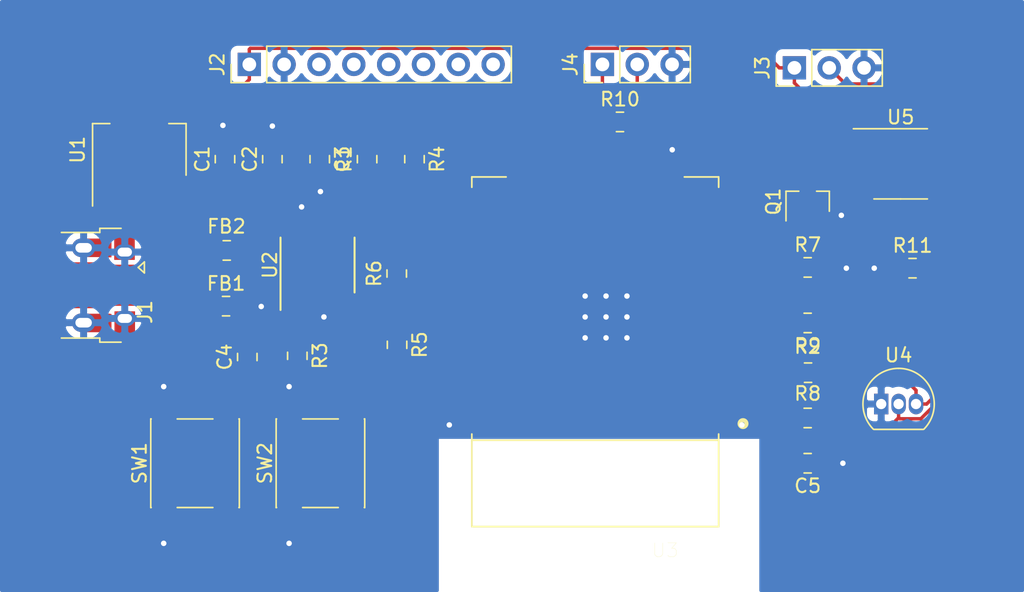
<source format=kicad_pcb>
(kicad_pcb (version 20171130) (host pcbnew "(5.1.5)-3")

  (general
    (thickness 1.6)
    (drawings 0)
    (tracks 226)
    (zones 0)
    (modules 30)
    (nets 58)
  )

  (page A4)
  (layers
    (0 F.Cu signal)
    (31 B.Cu signal)
    (32 B.Adhes user)
    (33 F.Adhes user)
    (34 B.Paste user)
    (35 F.Paste user)
    (36 B.SilkS user)
    (37 F.SilkS user)
    (38 B.Mask user)
    (39 F.Mask user)
    (40 Dwgs.User user)
    (41 Cmts.User user)
    (42 Eco1.User user)
    (43 Eco2.User user)
    (44 Edge.Cuts user)
    (45 Margin user)
    (46 B.CrtYd user)
    (47 F.CrtYd user)
    (48 B.Fab user)
    (49 F.Fab user)
  )

  (setup
    (last_trace_width 0.25)
    (trace_clearance 0.2)
    (zone_clearance 0.508)
    (zone_45_only no)
    (trace_min 0.2)
    (via_size 0.8)
    (via_drill 0.4)
    (via_min_size 0.4)
    (via_min_drill 0.3)
    (uvia_size 0.3)
    (uvia_drill 0.1)
    (uvias_allowed no)
    (uvia_min_size 0.2)
    (uvia_min_drill 0.1)
    (edge_width 0.05)
    (segment_width 0.2)
    (pcb_text_width 0.3)
    (pcb_text_size 1.5 1.5)
    (mod_edge_width 0.12)
    (mod_text_size 1 1)
    (mod_text_width 0.15)
    (pad_size 2 3.8)
    (pad_drill 0)
    (pad_to_mask_clearance 0.051)
    (solder_mask_min_width 0.25)
    (aux_axis_origin 0 0)
    (visible_elements 7FFFFFFF)
    (pcbplotparams
      (layerselection 0x010fc_ffffffff)
      (usegerberextensions false)
      (usegerberattributes false)
      (usegerberadvancedattributes false)
      (creategerberjobfile false)
      (excludeedgelayer true)
      (linewidth 0.100000)
      (plotframeref false)
      (viasonmask false)
      (mode 1)
      (useauxorigin false)
      (hpglpennumber 1)
      (hpglpenspeed 20)
      (hpglpendiameter 15.000000)
      (psnegative false)
      (psa4output false)
      (plotreference true)
      (plotvalue true)
      (plotinvisibletext false)
      (padsonsilk false)
      (subtractmaskfromsilk false)
      (outputformat 1)
      (mirror false)
      (drillshape 1)
      (scaleselection 1)
      (outputdirectory ""))
  )

  (net 0 "")
  (net 1 GND)
  (net 2 +5V)
  (net 3 +3V3)
  (net 4 "Net-(C4-Pad1)")
  (net 5 "Net-(C4-Pad2)")
  (net 6 "Net-(FB1-Pad1)")
  (net 7 "Net-(FB2-Pad2)")
  (net 8 "Net-(J1-Pad2)")
  (net 9 "Net-(J1-Pad3)")
  (net 10 SCL)
  (net 11 SDA)
  (net 12 /CCS811-Wake)
  (net 13 /DS18B20-Data)
  (net 14 "Net-(J4-Pad2)")
  (net 15 "Net-(Q1-Pad1)")
  (net 16 "Net-(R1-Pad1)")
  (net 17 "Net-(R1-Pad2)")
  (net 18 "Net-(R2-Pad2)")
  (net 19 "Net-(R4-Pad2)")
  (net 20 /LEDs-Data)
  (net 21 "Net-(R11-Pad2)")
  (net 22 "Net-(U2-Pad1)")
  (net 23 "Net-(U2-Pad4)")
  (net 24 "Net-(J1-Pad4)")
  (net 25 "Net-(J2-Pad6)")
  (net 26 "Net-(J2-Pad7)")
  (net 27 "Net-(J2-Pad8)")
  (net 28 "Net-(U2-Pad6)")
  (net 29 "Net-(U2-Pad7)")
  (net 30 "Net-(U2-Pad14)")
  (net 31 "Net-(U2-Pad15)")
  (net 32 "Net-(U2-Pad16)")
  (net 33 "Net-(U3-Pad31)")
  (net 34 "Net-(U3-Pad30)")
  (net 35 "Net-(U3-Pad29)")
  (net 36 "Net-(U3-Pad28)")
  (net 37 "Net-(U3-Pad27)")
  (net 38 "Net-(U3-Pad26)")
  (net 39 "Net-(U3-Pad24)")
  (net 40 "Net-(U3-Pad23)")
  (net 41 "Net-(U3-Pad22)")
  (net 42 "Net-(U3-Pad21)")
  (net 43 "Net-(U3-Pad20)")
  (net 44 "Net-(U3-Pad19)")
  (net 45 "Net-(U3-Pad18)")
  (net 46 "Net-(U3-Pad17)")
  (net 47 "Net-(U3-Pad16)")
  (net 48 "Net-(U3-Pad14)")
  (net 49 "Net-(U3-Pad13)")
  (net 50 "Net-(U3-Pad12)")
  (net 51 "Net-(U3-Pad9)")
  (net 52 "Net-(U3-Pad8)")
  (net 53 "Net-(U3-Pad7)")
  (net 54 "Net-(U3-Pad6)")
  (net 55 "Net-(U3-Pad5)")
  (net 56 "Net-(U3-Pad4)")
  (net 57 "Net-(U5-Pad3)")

  (net_class Default "This is the default net class."
    (clearance 0.2)
    (trace_width 0.25)
    (via_dia 0.8)
    (via_drill 0.4)
    (uvia_dia 0.3)
    (uvia_drill 0.1)
    (add_net +3V3)
    (add_net +5V)
    (add_net /CCS811-Wake)
    (add_net /DS18B20-Data)
    (add_net /LEDs-Data)
    (add_net GND)
    (add_net "Net-(C4-Pad1)")
    (add_net "Net-(C4-Pad2)")
    (add_net "Net-(FB1-Pad1)")
    (add_net "Net-(FB2-Pad2)")
    (add_net "Net-(J1-Pad2)")
    (add_net "Net-(J1-Pad3)")
    (add_net "Net-(J1-Pad4)")
    (add_net "Net-(J2-Pad6)")
    (add_net "Net-(J2-Pad7)")
    (add_net "Net-(J2-Pad8)")
    (add_net "Net-(J4-Pad2)")
    (add_net "Net-(Q1-Pad1)")
    (add_net "Net-(R1-Pad1)")
    (add_net "Net-(R1-Pad2)")
    (add_net "Net-(R11-Pad2)")
    (add_net "Net-(R2-Pad2)")
    (add_net "Net-(R4-Pad2)")
    (add_net "Net-(U2-Pad1)")
    (add_net "Net-(U2-Pad14)")
    (add_net "Net-(U2-Pad15)")
    (add_net "Net-(U2-Pad16)")
    (add_net "Net-(U2-Pad4)")
    (add_net "Net-(U2-Pad6)")
    (add_net "Net-(U2-Pad7)")
    (add_net "Net-(U3-Pad12)")
    (add_net "Net-(U3-Pad13)")
    (add_net "Net-(U3-Pad14)")
    (add_net "Net-(U3-Pad16)")
    (add_net "Net-(U3-Pad17)")
    (add_net "Net-(U3-Pad18)")
    (add_net "Net-(U3-Pad19)")
    (add_net "Net-(U3-Pad20)")
    (add_net "Net-(U3-Pad21)")
    (add_net "Net-(U3-Pad22)")
    (add_net "Net-(U3-Pad23)")
    (add_net "Net-(U3-Pad24)")
    (add_net "Net-(U3-Pad26)")
    (add_net "Net-(U3-Pad27)")
    (add_net "Net-(U3-Pad28)")
    (add_net "Net-(U3-Pad29)")
    (add_net "Net-(U3-Pad30)")
    (add_net "Net-(U3-Pad31)")
    (add_net "Net-(U3-Pad4)")
    (add_net "Net-(U3-Pad5)")
    (add_net "Net-(U3-Pad6)")
    (add_net "Net-(U3-Pad7)")
    (add_net "Net-(U3-Pad8)")
    (add_net "Net-(U3-Pad9)")
    (add_net "Net-(U5-Pad3)")
    (add_net SCL)
    (add_net SDA)
  )

  (module Resistor_SMD:R_0805_2012Metric_Pad1.15x1.40mm_HandSolder (layer F.Cu) (tedit 5B36C52B) (tstamp 5E394615)
    (at 158.468 97.282 180)
    (descr "Resistor SMD 0805 (2012 Metric), square (rectangular) end terminal, IPC_7351 nominal with elongated pad for handsoldering. (Body size source: https://docs.google.com/spreadsheets/d/1BsfQQcO9C6DZCsRaXUlFlo91Tg2WpOkGARC1WS5S8t0/edit?usp=sharing), generated with kicad-footprint-generator")
    (tags "resistor handsolder")
    (path /5E3B5F22)
    (attr smd)
    (fp_text reference R8 (at 0 1.778) (layer F.SilkS)
      (effects (font (size 1 1) (thickness 0.15)))
    )
    (fp_text value 4k7 (at 0 1.65) (layer F.Fab)
      (effects (font (size 1 1) (thickness 0.15)))
    )
    (fp_line (start -1 0.6) (end -1 -0.6) (layer F.Fab) (width 0.1))
    (fp_line (start -1 -0.6) (end 1 -0.6) (layer F.Fab) (width 0.1))
    (fp_line (start 1 -0.6) (end 1 0.6) (layer F.Fab) (width 0.1))
    (fp_line (start 1 0.6) (end -1 0.6) (layer F.Fab) (width 0.1))
    (fp_line (start -0.261252 -0.71) (end 0.261252 -0.71) (layer F.SilkS) (width 0.12))
    (fp_line (start -0.261252 0.71) (end 0.261252 0.71) (layer F.SilkS) (width 0.12))
    (fp_line (start -1.85 0.95) (end -1.85 -0.95) (layer F.CrtYd) (width 0.05))
    (fp_line (start -1.85 -0.95) (end 1.85 -0.95) (layer F.CrtYd) (width 0.05))
    (fp_line (start 1.85 -0.95) (end 1.85 0.95) (layer F.CrtYd) (width 0.05))
    (fp_line (start 1.85 0.95) (end -1.85 0.95) (layer F.CrtYd) (width 0.05))
    (fp_text user %R (at 0 0) (layer F.Fab)
      (effects (font (size 0.5 0.5) (thickness 0.08)))
    )
    (pad 1 smd roundrect (at -1.025 0 180) (size 1.15 1.4) (layers F.Cu F.Paste F.Mask) (roundrect_rratio 0.217391)
      (net 3 +3V3))
    (pad 2 smd roundrect (at 1.025 0 180) (size 1.15 1.4) (layers F.Cu F.Paste F.Mask) (roundrect_rratio 0.217391)
      (net 13 /DS18B20-Data))
    (model ${KISYS3DMOD}/Resistor_SMD.3dshapes/R_0805_2012Metric.wrl
      (at (xyz 0 0 0))
      (scale (xyz 1 1 1))
      (rotate (xyz 0 0 0))
    )
  )

  (module Resistor_SMD:R_0805_2012Metric_Pad1.15x1.40mm_HandSolder (layer F.Cu) (tedit 5B36C52B) (tstamp 5E394648)
    (at 166.116 86.36)
    (descr "Resistor SMD 0805 (2012 Metric), square (rectangular) end terminal, IPC_7351 nominal with elongated pad for handsoldering. (Body size source: https://docs.google.com/spreadsheets/d/1BsfQQcO9C6DZCsRaXUlFlo91Tg2WpOkGARC1WS5S8t0/edit?usp=sharing), generated with kicad-footprint-generator")
    (tags "resistor handsolder")
    (path /5E46402C)
    (attr smd)
    (fp_text reference R11 (at 0 -1.65) (layer F.SilkS)
      (effects (font (size 1 1) (thickness 0.15)))
    )
    (fp_text value 0R (at 0 1.65) (layer F.Fab)
      (effects (font (size 1 1) (thickness 0.15)))
    )
    (fp_line (start -1 0.6) (end -1 -0.6) (layer F.Fab) (width 0.1))
    (fp_line (start -1 -0.6) (end 1 -0.6) (layer F.Fab) (width 0.1))
    (fp_line (start 1 -0.6) (end 1 0.6) (layer F.Fab) (width 0.1))
    (fp_line (start 1 0.6) (end -1 0.6) (layer F.Fab) (width 0.1))
    (fp_line (start -0.261252 -0.71) (end 0.261252 -0.71) (layer F.SilkS) (width 0.12))
    (fp_line (start -0.261252 0.71) (end 0.261252 0.71) (layer F.SilkS) (width 0.12))
    (fp_line (start -1.85 0.95) (end -1.85 -0.95) (layer F.CrtYd) (width 0.05))
    (fp_line (start -1.85 -0.95) (end 1.85 -0.95) (layer F.CrtYd) (width 0.05))
    (fp_line (start 1.85 -0.95) (end 1.85 0.95) (layer F.CrtYd) (width 0.05))
    (fp_line (start 1.85 0.95) (end -1.85 0.95) (layer F.CrtYd) (width 0.05))
    (fp_text user %R (at 0 0) (layer F.Fab)
      (effects (font (size 0.5 0.5) (thickness 0.08)))
    )
    (pad 1 smd roundrect (at -1.025 0) (size 1.15 1.4) (layers F.Cu F.Paste F.Mask) (roundrect_rratio 0.217391)
      (net 1 GND))
    (pad 2 smd roundrect (at 1.025 0) (size 1.15 1.4) (layers F.Cu F.Paste F.Mask) (roundrect_rratio 0.217391)
      (net 21 "Net-(R11-Pad2)"))
    (model ${KISYS3DMOD}/Resistor_SMD.3dshapes/R_0805_2012Metric.wrl
      (at (xyz 0 0 0))
      (scale (xyz 1 1 1))
      (rotate (xyz 0 0 0))
    )
  )

  (module Resistor_SMD:R_0805_2012Metric_Pad1.15x1.40mm_HandSolder (layer F.Cu) (tedit 5B36C52B) (tstamp 5E3945AF)
    (at 158.496 93.98 180)
    (descr "Resistor SMD 0805 (2012 Metric), square (rectangular) end terminal, IPC_7351 nominal with elongated pad for handsoldering. (Body size source: https://docs.google.com/spreadsheets/d/1BsfQQcO9C6DZCsRaXUlFlo91Tg2WpOkGARC1WS5S8t0/edit?usp=sharing), generated with kicad-footprint-generator")
    (tags "resistor handsolder")
    (path /5E382856)
    (attr smd)
    (fp_text reference R2 (at 0.028 1.898) (layer F.SilkS)
      (effects (font (size 1 1) (thickness 0.15)))
    )
    (fp_text value 47k (at 0 1.65) (layer F.Fab)
      (effects (font (size 1 1) (thickness 0.15)))
    )
    (fp_line (start -1 0.6) (end -1 -0.6) (layer F.Fab) (width 0.1))
    (fp_line (start -1 -0.6) (end 1 -0.6) (layer F.Fab) (width 0.1))
    (fp_line (start 1 -0.6) (end 1 0.6) (layer F.Fab) (width 0.1))
    (fp_line (start 1 0.6) (end -1 0.6) (layer F.Fab) (width 0.1))
    (fp_line (start -0.261252 -0.71) (end 0.261252 -0.71) (layer F.SilkS) (width 0.12))
    (fp_line (start -0.261252 0.71) (end 0.261252 0.71) (layer F.SilkS) (width 0.12))
    (fp_line (start -1.85 0.95) (end -1.85 -0.95) (layer F.CrtYd) (width 0.05))
    (fp_line (start -1.85 -0.95) (end 1.85 -0.95) (layer F.CrtYd) (width 0.05))
    (fp_line (start 1.85 -0.95) (end 1.85 0.95) (layer F.CrtYd) (width 0.05))
    (fp_line (start 1.85 0.95) (end -1.85 0.95) (layer F.CrtYd) (width 0.05))
    (fp_text user %R (at 0 0) (layer F.Fab)
      (effects (font (size 0.5 0.5) (thickness 0.08)))
    )
    (pad 1 smd roundrect (at -1.025 0 180) (size 1.15 1.4) (layers F.Cu F.Paste F.Mask) (roundrect_rratio 0.217391)
      (net 3 +3V3))
    (pad 2 smd roundrect (at 1.025 0 180) (size 1.15 1.4) (layers F.Cu F.Paste F.Mask) (roundrect_rratio 0.217391)
      (net 18 "Net-(R2-Pad2)"))
    (model ${KISYS3DMOD}/Resistor_SMD.3dshapes/R_0805_2012Metric.wrl
      (at (xyz 0 0 0))
      (scale (xyz 1 1 1))
      (rotate (xyz 0 0 0))
    )
  )

  (module Capacitor_SMD:C_0805_2012Metric_Pad1.15x1.40mm_HandSolder (layer F.Cu) (tedit 5B36C52B) (tstamp 5E39449E)
    (at 115.9764 78.4098 90)
    (descr "Capacitor SMD 0805 (2012 Metric), square (rectangular) end terminal, IPC_7351 nominal with elongated pad for handsoldering. (Body size source: https://docs.google.com/spreadsheets/d/1BsfQQcO9C6DZCsRaXUlFlo91Tg2WpOkGARC1WS5S8t0/edit?usp=sharing), generated with kicad-footprint-generator")
    (tags "capacitor handsolder")
    (path /5E45C963)
    (attr smd)
    (fp_text reference C1 (at 0 -1.65 90) (layer F.SilkS)
      (effects (font (size 1 1) (thickness 0.15)))
    )
    (fp_text value 100n (at 0 1.65 90) (layer F.Fab)
      (effects (font (size 1 1) (thickness 0.15)))
    )
    (fp_text user %R (at 0 0 90) (layer F.Fab)
      (effects (font (size 0.5 0.5) (thickness 0.08)))
    )
    (fp_line (start 1.85 0.95) (end -1.85 0.95) (layer F.CrtYd) (width 0.05))
    (fp_line (start 1.85 -0.95) (end 1.85 0.95) (layer F.CrtYd) (width 0.05))
    (fp_line (start -1.85 -0.95) (end 1.85 -0.95) (layer F.CrtYd) (width 0.05))
    (fp_line (start -1.85 0.95) (end -1.85 -0.95) (layer F.CrtYd) (width 0.05))
    (fp_line (start -0.261252 0.71) (end 0.261252 0.71) (layer F.SilkS) (width 0.12))
    (fp_line (start -0.261252 -0.71) (end 0.261252 -0.71) (layer F.SilkS) (width 0.12))
    (fp_line (start 1 0.6) (end -1 0.6) (layer F.Fab) (width 0.1))
    (fp_line (start 1 -0.6) (end 1 0.6) (layer F.Fab) (width 0.1))
    (fp_line (start -1 -0.6) (end 1 -0.6) (layer F.Fab) (width 0.1))
    (fp_line (start -1 0.6) (end -1 -0.6) (layer F.Fab) (width 0.1))
    (pad 2 smd roundrect (at 1.025 0 90) (size 1.15 1.4) (layers F.Cu F.Paste F.Mask) (roundrect_rratio 0.217391)
      (net 1 GND))
    (pad 1 smd roundrect (at -1.025 0 90) (size 1.15 1.4) (layers F.Cu F.Paste F.Mask) (roundrect_rratio 0.217391)
      (net 2 +5V))
    (model ${KISYS3DMOD}/Capacitor_SMD.3dshapes/C_0805_2012Metric.wrl
      (at (xyz 0 0 0))
      (scale (xyz 1 1 1))
      (rotate (xyz 0 0 0))
    )
  )

  (module Capacitor_SMD:C_0805_2012Metric_Pad1.15x1.40mm_HandSolder (layer F.Cu) (tedit 5B36C52B) (tstamp 5E3944AF)
    (at 119.4308 78.4098 90)
    (descr "Capacitor SMD 0805 (2012 Metric), square (rectangular) end terminal, IPC_7351 nominal with elongated pad for handsoldering. (Body size source: https://docs.google.com/spreadsheets/d/1BsfQQcO9C6DZCsRaXUlFlo91Tg2WpOkGARC1WS5S8t0/edit?usp=sharing), generated with kicad-footprint-generator")
    (tags "capacitor handsolder")
    (path /5E35F096)
    (attr smd)
    (fp_text reference C2 (at 0 -1.65 90) (layer F.SilkS)
      (effects (font (size 1 1) (thickness 0.15)))
    )
    (fp_text value 10u (at 0 1.65 90) (layer F.Fab)
      (effects (font (size 1 1) (thickness 0.15)))
    )
    (fp_line (start -1 0.6) (end -1 -0.6) (layer F.Fab) (width 0.1))
    (fp_line (start -1 -0.6) (end 1 -0.6) (layer F.Fab) (width 0.1))
    (fp_line (start 1 -0.6) (end 1 0.6) (layer F.Fab) (width 0.1))
    (fp_line (start 1 0.6) (end -1 0.6) (layer F.Fab) (width 0.1))
    (fp_line (start -0.261252 -0.71) (end 0.261252 -0.71) (layer F.SilkS) (width 0.12))
    (fp_line (start -0.261252 0.71) (end 0.261252 0.71) (layer F.SilkS) (width 0.12))
    (fp_line (start -1.85 0.95) (end -1.85 -0.95) (layer F.CrtYd) (width 0.05))
    (fp_line (start -1.85 -0.95) (end 1.85 -0.95) (layer F.CrtYd) (width 0.05))
    (fp_line (start 1.85 -0.95) (end 1.85 0.95) (layer F.CrtYd) (width 0.05))
    (fp_line (start 1.85 0.95) (end -1.85 0.95) (layer F.CrtYd) (width 0.05))
    (fp_text user %R (at 0 0 90) (layer F.Fab)
      (effects (font (size 0.5 0.5) (thickness 0.08)))
    )
    (pad 1 smd roundrect (at -1.025 0 90) (size 1.15 1.4) (layers F.Cu F.Paste F.Mask) (roundrect_rratio 0.217391)
      (net 2 +5V))
    (pad 2 smd roundrect (at 1.025 0 90) (size 1.15 1.4) (layers F.Cu F.Paste F.Mask) (roundrect_rratio 0.217391)
      (net 1 GND))
    (model ${KISYS3DMOD}/Capacitor_SMD.3dshapes/C_0805_2012Metric.wrl
      (at (xyz 0 0 0))
      (scale (xyz 1 1 1))
      (rotate (xyz 0 0 0))
    )
  )

  (module Capacitor_SMD:C_0805_2012Metric_Pad1.15x1.40mm_HandSolder (layer F.Cu) (tedit 5B36C52B) (tstamp 5E3944C0)
    (at 122.8852 78.4098 270)
    (descr "Capacitor SMD 0805 (2012 Metric), square (rectangular) end terminal, IPC_7351 nominal with elongated pad for handsoldering. (Body size source: https://docs.google.com/spreadsheets/d/1BsfQQcO9C6DZCsRaXUlFlo91Tg2WpOkGARC1WS5S8t0/edit?usp=sharing), generated with kicad-footprint-generator")
    (tags "capacitor handsolder")
    (path /5E35F82A)
    (attr smd)
    (fp_text reference C3 (at 0 -1.65 90) (layer F.SilkS)
      (effects (font (size 1 1) (thickness 0.15)))
    )
    (fp_text value 10u (at 0 1.65 90) (layer F.Fab)
      (effects (font (size 1 1) (thickness 0.15)))
    )
    (fp_line (start -1 0.6) (end -1 -0.6) (layer F.Fab) (width 0.1))
    (fp_line (start -1 -0.6) (end 1 -0.6) (layer F.Fab) (width 0.1))
    (fp_line (start 1 -0.6) (end 1 0.6) (layer F.Fab) (width 0.1))
    (fp_line (start 1 0.6) (end -1 0.6) (layer F.Fab) (width 0.1))
    (fp_line (start -0.261252 -0.71) (end 0.261252 -0.71) (layer F.SilkS) (width 0.12))
    (fp_line (start -0.261252 0.71) (end 0.261252 0.71) (layer F.SilkS) (width 0.12))
    (fp_line (start -1.85 0.95) (end -1.85 -0.95) (layer F.CrtYd) (width 0.05))
    (fp_line (start -1.85 -0.95) (end 1.85 -0.95) (layer F.CrtYd) (width 0.05))
    (fp_line (start 1.85 -0.95) (end 1.85 0.95) (layer F.CrtYd) (width 0.05))
    (fp_line (start 1.85 0.95) (end -1.85 0.95) (layer F.CrtYd) (width 0.05))
    (fp_text user %R (at 0 0 90) (layer F.Fab)
      (effects (font (size 0.5 0.5) (thickness 0.08)))
    )
    (pad 1 smd roundrect (at -1.025 0 270) (size 1.15 1.4) (layers F.Cu F.Paste F.Mask) (roundrect_rratio 0.217391)
      (net 3 +3V3))
    (pad 2 smd roundrect (at 1.025 0 270) (size 1.15 1.4) (layers F.Cu F.Paste F.Mask) (roundrect_rratio 0.217391)
      (net 1 GND))
    (model ${KISYS3DMOD}/Capacitor_SMD.3dshapes/C_0805_2012Metric.wrl
      (at (xyz 0 0 0))
      (scale (xyz 1 1 1))
      (rotate (xyz 0 0 0))
    )
  )

  (module Capacitor_SMD:C_0805_2012Metric_Pad1.15x1.40mm_HandSolder (layer F.Cu) (tedit 5B36C52B) (tstamp 5E3944D1)
    (at 117.602 92.837 90)
    (descr "Capacitor SMD 0805 (2012 Metric), square (rectangular) end terminal, IPC_7351 nominal with elongated pad for handsoldering. (Body size source: https://docs.google.com/spreadsheets/d/1BsfQQcO9C6DZCsRaXUlFlo91Tg2WpOkGARC1WS5S8t0/edit?usp=sharing), generated with kicad-footprint-generator")
    (tags "capacitor handsolder")
    (path /5E3FD490)
    (attr smd)
    (fp_text reference C4 (at 0 -1.65 90) (layer F.SilkS)
      (effects (font (size 1 1) (thickness 0.15)))
    )
    (fp_text value 1u (at 0 1.65 90) (layer F.Fab)
      (effects (font (size 1 1) (thickness 0.15)))
    )
    (fp_line (start -1 0.6) (end -1 -0.6) (layer F.Fab) (width 0.1))
    (fp_line (start -1 -0.6) (end 1 -0.6) (layer F.Fab) (width 0.1))
    (fp_line (start 1 -0.6) (end 1 0.6) (layer F.Fab) (width 0.1))
    (fp_line (start 1 0.6) (end -1 0.6) (layer F.Fab) (width 0.1))
    (fp_line (start -0.261252 -0.71) (end 0.261252 -0.71) (layer F.SilkS) (width 0.12))
    (fp_line (start -0.261252 0.71) (end 0.261252 0.71) (layer F.SilkS) (width 0.12))
    (fp_line (start -1.85 0.95) (end -1.85 -0.95) (layer F.CrtYd) (width 0.05))
    (fp_line (start -1.85 -0.95) (end 1.85 -0.95) (layer F.CrtYd) (width 0.05))
    (fp_line (start 1.85 -0.95) (end 1.85 0.95) (layer F.CrtYd) (width 0.05))
    (fp_line (start 1.85 0.95) (end -1.85 0.95) (layer F.CrtYd) (width 0.05))
    (fp_text user %R (at 0 0 90) (layer F.Fab)
      (effects (font (size 0.5 0.5) (thickness 0.08)))
    )
    (pad 1 smd roundrect (at -1.025 0 90) (size 1.15 1.4) (layers F.Cu F.Paste F.Mask) (roundrect_rratio 0.217391)
      (net 4 "Net-(C4-Pad1)"))
    (pad 2 smd roundrect (at 1.025 0 90) (size 1.15 1.4) (layers F.Cu F.Paste F.Mask) (roundrect_rratio 0.217391)
      (net 5 "Net-(C4-Pad2)"))
    (model ${KISYS3DMOD}/Capacitor_SMD.3dshapes/C_0805_2012Metric.wrl
      (at (xyz 0 0 0))
      (scale (xyz 1 1 1))
      (rotate (xyz 0 0 0))
    )
  )

  (module Capacitor_SMD:C_0805_2012Metric_Pad1.15x1.40mm_HandSolder (layer F.Cu) (tedit 5B36C52B) (tstamp 5E3944E2)
    (at 158.468 100.584 180)
    (descr "Capacitor SMD 0805 (2012 Metric), square (rectangular) end terminal, IPC_7351 nominal with elongated pad for handsoldering. (Body size source: https://docs.google.com/spreadsheets/d/1BsfQQcO9C6DZCsRaXUlFlo91Tg2WpOkGARC1WS5S8t0/edit?usp=sharing), generated with kicad-footprint-generator")
    (tags "capacitor handsolder")
    (path /5E374504)
    (attr smd)
    (fp_text reference C5 (at 0 -1.65) (layer F.SilkS)
      (effects (font (size 1 1) (thickness 0.15)))
    )
    (fp_text value 100n (at 0 1.65) (layer F.Fab)
      (effects (font (size 1 1) (thickness 0.15)))
    )
    (fp_text user %R (at 0 0) (layer F.Fab)
      (effects (font (size 0.5 0.5) (thickness 0.08)))
    )
    (fp_line (start 1.85 0.95) (end -1.85 0.95) (layer F.CrtYd) (width 0.05))
    (fp_line (start 1.85 -0.95) (end 1.85 0.95) (layer F.CrtYd) (width 0.05))
    (fp_line (start -1.85 -0.95) (end 1.85 -0.95) (layer F.CrtYd) (width 0.05))
    (fp_line (start -1.85 0.95) (end -1.85 -0.95) (layer F.CrtYd) (width 0.05))
    (fp_line (start -0.261252 0.71) (end 0.261252 0.71) (layer F.SilkS) (width 0.12))
    (fp_line (start -0.261252 -0.71) (end 0.261252 -0.71) (layer F.SilkS) (width 0.12))
    (fp_line (start 1 0.6) (end -1 0.6) (layer F.Fab) (width 0.1))
    (fp_line (start 1 -0.6) (end 1 0.6) (layer F.Fab) (width 0.1))
    (fp_line (start -1 -0.6) (end 1 -0.6) (layer F.Fab) (width 0.1))
    (fp_line (start -1 0.6) (end -1 -0.6) (layer F.Fab) (width 0.1))
    (pad 2 smd roundrect (at 1.025 0 180) (size 1.15 1.4) (layers F.Cu F.Paste F.Mask) (roundrect_rratio 0.217391)
      (net 3 +3V3))
    (pad 1 smd roundrect (at -1.025 0 180) (size 1.15 1.4) (layers F.Cu F.Paste F.Mask) (roundrect_rratio 0.217391)
      (net 1 GND))
    (model ${KISYS3DMOD}/Capacitor_SMD.3dshapes/C_0805_2012Metric.wrl
      (at (xyz 0 0 0))
      (scale (xyz 1 1 1))
      (rotate (xyz 0 0 0))
    )
  )

  (module Inductor_SMD:L_0805_2012Metric_Pad1.15x1.40mm_HandSolder (layer F.Cu) (tedit 5B36C52B) (tstamp 5E3950C7)
    (at 116.0526 89.1286)
    (descr "Capacitor SMD 0805 (2012 Metric), square (rectangular) end terminal, IPC_7351 nominal with elongated pad for handsoldering. (Body size source: https://docs.google.com/spreadsheets/d/1BsfQQcO9C6DZCsRaXUlFlo91Tg2WpOkGARC1WS5S8t0/edit?usp=sharing), generated with kicad-footprint-generator")
    (tags "inductor handsolder")
    (path /5E367BEF)
    (attr smd)
    (fp_text reference FB1 (at 0 -1.65) (layer F.SilkS)
      (effects (font (size 1 1) (thickness 0.15)))
    )
    (fp_text value Ferrite_Bead (at 0 1.65) (layer F.Fab)
      (effects (font (size 1 1) (thickness 0.15)))
    )
    (fp_text user %R (at 0 0) (layer F.Fab)
      (effects (font (size 0.5 0.5) (thickness 0.08)))
    )
    (fp_line (start 1.85 0.95) (end -1.85 0.95) (layer F.CrtYd) (width 0.05))
    (fp_line (start 1.85 -0.95) (end 1.85 0.95) (layer F.CrtYd) (width 0.05))
    (fp_line (start -1.85 -0.95) (end 1.85 -0.95) (layer F.CrtYd) (width 0.05))
    (fp_line (start -1.85 0.95) (end -1.85 -0.95) (layer F.CrtYd) (width 0.05))
    (fp_line (start -0.261252 0.71) (end 0.261252 0.71) (layer F.SilkS) (width 0.12))
    (fp_line (start -0.261252 -0.71) (end 0.261252 -0.71) (layer F.SilkS) (width 0.12))
    (fp_line (start 1 0.6) (end -1 0.6) (layer F.Fab) (width 0.1))
    (fp_line (start 1 -0.6) (end 1 0.6) (layer F.Fab) (width 0.1))
    (fp_line (start -1 -0.6) (end 1 -0.6) (layer F.Fab) (width 0.1))
    (fp_line (start -1 0.6) (end -1 -0.6) (layer F.Fab) (width 0.1))
    (pad 2 smd roundrect (at 1.025 0) (size 1.15 1.4) (layers F.Cu F.Paste F.Mask) (roundrect_rratio 0.217391)
      (net 1 GND))
    (pad 1 smd roundrect (at -1.025 0) (size 1.15 1.4) (layers F.Cu F.Paste F.Mask) (roundrect_rratio 0.217391)
      (net 6 "Net-(FB1-Pad1)"))
    (model ${KISYS3DMOD}/Inductor_SMD.3dshapes/L_0805_2012Metric.wrl
      (at (xyz 0 0 0))
      (scale (xyz 1 1 1))
      (rotate (xyz 0 0 0))
    )
  )

  (module Inductor_SMD:L_0805_2012Metric_Pad1.15x1.40mm_HandSolder (layer F.Cu) (tedit 5B36C52B) (tstamp 5E394504)
    (at 116.1034 85.0646 180)
    (descr "Capacitor SMD 0805 (2012 Metric), square (rectangular) end terminal, IPC_7351 nominal with elongated pad for handsoldering. (Body size source: https://docs.google.com/spreadsheets/d/1BsfQQcO9C6DZCsRaXUlFlo91Tg2WpOkGARC1WS5S8t0/edit?usp=sharing), generated with kicad-footprint-generator")
    (tags "inductor handsolder")
    (path /5E366CD8)
    (attr smd)
    (fp_text reference FB2 (at 0.0254 1.7526) (layer F.SilkS)
      (effects (font (size 1 1) (thickness 0.15)))
    )
    (fp_text value Ferrite_Bead (at 0 1.65) (layer F.Fab)
      (effects (font (size 1 1) (thickness 0.15)))
    )
    (fp_line (start -1 0.6) (end -1 -0.6) (layer F.Fab) (width 0.1))
    (fp_line (start -1 -0.6) (end 1 -0.6) (layer F.Fab) (width 0.1))
    (fp_line (start 1 -0.6) (end 1 0.6) (layer F.Fab) (width 0.1))
    (fp_line (start 1 0.6) (end -1 0.6) (layer F.Fab) (width 0.1))
    (fp_line (start -0.261252 -0.71) (end 0.261252 -0.71) (layer F.SilkS) (width 0.12))
    (fp_line (start -0.261252 0.71) (end 0.261252 0.71) (layer F.SilkS) (width 0.12))
    (fp_line (start -1.85 0.95) (end -1.85 -0.95) (layer F.CrtYd) (width 0.05))
    (fp_line (start -1.85 -0.95) (end 1.85 -0.95) (layer F.CrtYd) (width 0.05))
    (fp_line (start 1.85 -0.95) (end 1.85 0.95) (layer F.CrtYd) (width 0.05))
    (fp_line (start 1.85 0.95) (end -1.85 0.95) (layer F.CrtYd) (width 0.05))
    (fp_text user %R (at 0 0) (layer F.Fab)
      (effects (font (size 0.5 0.5) (thickness 0.08)))
    )
    (pad 1 smd roundrect (at -1.025 0 180) (size 1.15 1.4) (layers F.Cu F.Paste F.Mask) (roundrect_rratio 0.217391)
      (net 2 +5V))
    (pad 2 smd roundrect (at 1.025 0 180) (size 1.15 1.4) (layers F.Cu F.Paste F.Mask) (roundrect_rratio 0.217391)
      (net 7 "Net-(FB2-Pad2)"))
    (model ${KISYS3DMOD}/Inductor_SMD.3dshapes/L_0805_2012Metric.wrl
      (at (xyz 0 0 0))
      (scale (xyz 1 1 1))
      (rotate (xyz 0 0 0))
    )
  )

  (module Connector_USB:USB_Micro-B_Amphenol_10103594-0001LF_Horizontal (layer F.Cu) (tedit 5A1DC0BD) (tstamp 5E39452E)
    (at 106.7816 87.63 270)
    (descr "Micro USB Type B 10103594-0001LF, http://cdn.amphenol-icc.com/media/wysiwyg/files/drawing/10103594.pdf")
    (tags "USB USB_B USB_micro USB_OTG")
    (path /5E362DE0)
    (attr smd)
    (fp_text reference J1 (at 1.925 -3.365 90) (layer F.SilkS)
      (effects (font (size 1 1) (thickness 0.15)))
    )
    (fp_text value USB_B_Micro (at -0.025 4.435 90) (layer F.Fab)
      (effects (font (size 1 1) (thickness 0.15)))
    )
    (fp_text user "PCB edge" (at -0.025 2.235 90) (layer Dwgs.User)
      (effects (font (size 0.5 0.5) (thickness 0.075)))
    )
    (fp_text user %R (at -0.025 -0.015 90) (layer F.Fab)
      (effects (font (size 1 1) (thickness 0.15)))
    )
    (fp_line (start -4.175 -0.065) (end -4.175 -1.615) (layer F.SilkS) (width 0.12))
    (fp_line (start -4.175 -0.065) (end -3.875 -0.065) (layer F.SilkS) (width 0.12))
    (fp_line (start -3.875 2.735) (end -3.875 -0.065) (layer F.SilkS) (width 0.12))
    (fp_line (start 4.125 -0.065) (end 4.125 -1.615) (layer F.SilkS) (width 0.12))
    (fp_line (start 3.825 -0.065) (end 4.125 -0.065) (layer F.SilkS) (width 0.12))
    (fp_line (start 3.825 2.735) (end 3.825 -0.065) (layer F.SilkS) (width 0.12))
    (fp_line (start -0.925 -3.315) (end -1.325 -2.865) (layer F.SilkS) (width 0.12))
    (fp_line (start -1.725 -3.315) (end -0.925 -3.315) (layer F.SilkS) (width 0.12))
    (fp_line (start -1.325 -2.865) (end -1.725 -3.315) (layer F.SilkS) (width 0.12))
    (fp_line (start -3.775 -0.865) (end -2.975 -1.615) (layer F.Fab) (width 0.12))
    (fp_line (start 3.725 3.335) (end -3.775 3.335) (layer F.Fab) (width 0.12))
    (fp_line (start 3.725 -1.615) (end 3.725 3.335) (layer F.Fab) (width 0.12))
    (fp_line (start -2.975 -1.615) (end 3.725 -1.615) (layer F.Fab) (width 0.12))
    (fp_line (start -3.775 3.335) (end -3.775 -0.865) (layer F.Fab) (width 0.12))
    (fp_line (start -4.025 2.835) (end 3.975 2.835) (layer Dwgs.User) (width 0.1))
    (fp_line (start -4.13 -2.88) (end 4.14 -2.88) (layer F.CrtYd) (width 0.05))
    (fp_line (start -4.13 -2.88) (end -4.13 3.58) (layer F.CrtYd) (width 0.05))
    (fp_line (start 4.14 3.58) (end 4.14 -2.88) (layer F.CrtYd) (width 0.05))
    (fp_line (start 4.14 3.58) (end -4.13 3.58) (layer F.CrtYd) (width 0.05))
    (pad 6 smd rect (at 2.725 0.185 270) (size 1.35 2) (layers F.Cu F.Paste F.Mask)
      (net 1 GND))
    (pad 6 smd rect (at -2.755 0.185 270) (size 1.35 2) (layers F.Cu F.Paste F.Mask)
      (net 1 GND))
    (pad 6 smd rect (at -2.975 -0.565 270) (size 1.825 0.7) (layers F.Cu F.Paste F.Mask)
      (net 1 GND))
    (pad 6 smd rect (at 2.975 -0.565 270) (size 1.825 0.7) (layers F.Cu F.Paste F.Mask)
      (net 1 GND))
    (pad 6 smd rect (at -2.875 -1.865 270) (size 2 1.5) (layers F.Cu F.Paste F.Mask)
      (net 1 GND))
    (pad 6 smd rect (at 2.875 -1.885 270) (size 2 1.5) (layers F.Cu F.Paste F.Mask)
      (net 1 GND))
    (pad 1 smd rect (at -1.325 -1.765) (size 1.65 0.4) (layers F.Cu F.Paste F.Mask)
      (net 7 "Net-(FB2-Pad2)"))
    (pad 2 smd rect (at -0.675 -1.765) (size 1.65 0.4) (layers F.Cu F.Paste F.Mask)
      (net 8 "Net-(J1-Pad2)"))
    (pad 3 smd rect (at -0.025 -1.765) (size 1.65 0.4) (layers F.Cu F.Paste F.Mask)
      (net 9 "Net-(J1-Pad3)"))
    (pad 4 smd rect (at 0.625 -1.765) (size 1.65 0.4) (layers F.Cu F.Paste F.Mask)
      (net 24 "Net-(J1-Pad4)"))
    (pad 5 smd rect (at 1.275 -1.765) (size 1.65 0.4) (layers F.Cu F.Paste F.Mask)
      (net 6 "Net-(FB1-Pad1)"))
    (pad 6 thru_hole oval (at -2.445 -1.885) (size 1.5 1.1) (drill oval 1.05 0.65) (layers *.Cu *.Mask)
      (net 1 GND))
    (pad 6 thru_hole oval (at 2.395 -1.885) (size 1.5 1.1) (drill oval 1.05 0.65) (layers *.Cu *.Mask)
      (net 1 GND))
    (pad 6 thru_hole oval (at -2.755 1.115) (size 1.7 1.35) (drill oval 1.2 0.7) (layers *.Cu *.Mask)
      (net 1 GND))
    (pad 6 thru_hole oval (at 2.705 1.115) (size 1.7 1.35) (drill oval 1.2 0.7) (layers *.Cu *.Mask)
      (net 1 GND))
    (pad 6 smd rect (at -0.985 1.385) (size 2.5 1.43) (layers F.Cu F.Paste F.Mask)
      (net 1 GND))
    (pad 6 smd rect (at 0.935 1.385) (size 2.5 1.43) (layers F.Cu F.Paste F.Mask)
      (net 1 GND))
    (model ${KISYS3DMOD}/Connector_USB.3dshapes/USB_Micro-B_Amphenol_10103594-0001LF_Horizontal.wrl
      (at (xyz 0 0 0))
      (scale (xyz 1 1 1))
      (rotate (xyz 0 0 0))
    )
  )

  (module Connector_PinHeader_2.54mm:PinHeader_1x08_P2.54mm_Vertical (layer F.Cu) (tedit 59FED5CC) (tstamp 5E39454A)
    (at 117.75 71.5 90)
    (descr "Through hole straight pin header, 1x08, 2.54mm pitch, single row")
    (tags "Through hole pin header THT 1x08 2.54mm single row")
    (path /5E3A4404)
    (fp_text reference J2 (at 0 -2.33 90) (layer F.SilkS)
      (effects (font (size 1 1) (thickness 0.15)))
    )
    (fp_text value CJMCU-811 (at 0 20.11 90) (layer F.Fab)
      (effects (font (size 1 1) (thickness 0.15)))
    )
    (fp_line (start -0.635 -1.27) (end 1.27 -1.27) (layer F.Fab) (width 0.1))
    (fp_line (start 1.27 -1.27) (end 1.27 19.05) (layer F.Fab) (width 0.1))
    (fp_line (start 1.27 19.05) (end -1.27 19.05) (layer F.Fab) (width 0.1))
    (fp_line (start -1.27 19.05) (end -1.27 -0.635) (layer F.Fab) (width 0.1))
    (fp_line (start -1.27 -0.635) (end -0.635 -1.27) (layer F.Fab) (width 0.1))
    (fp_line (start -1.33 19.11) (end 1.33 19.11) (layer F.SilkS) (width 0.12))
    (fp_line (start -1.33 1.27) (end -1.33 19.11) (layer F.SilkS) (width 0.12))
    (fp_line (start 1.33 1.27) (end 1.33 19.11) (layer F.SilkS) (width 0.12))
    (fp_line (start -1.33 1.27) (end 1.33 1.27) (layer F.SilkS) (width 0.12))
    (fp_line (start -1.33 0) (end -1.33 -1.33) (layer F.SilkS) (width 0.12))
    (fp_line (start -1.33 -1.33) (end 0 -1.33) (layer F.SilkS) (width 0.12))
    (fp_line (start -1.8 -1.8) (end -1.8 19.55) (layer F.CrtYd) (width 0.05))
    (fp_line (start -1.8 19.55) (end 1.8 19.55) (layer F.CrtYd) (width 0.05))
    (fp_line (start 1.8 19.55) (end 1.8 -1.8) (layer F.CrtYd) (width 0.05))
    (fp_line (start 1.8 -1.8) (end -1.8 -1.8) (layer F.CrtYd) (width 0.05))
    (fp_text user %R (at 0 8.89) (layer F.Fab)
      (effects (font (size 1 1) (thickness 0.15)))
    )
    (pad 1 thru_hole rect (at 0 0 90) (size 1.7 1.7) (drill 1) (layers *.Cu *.Mask)
      (net 3 +3V3))
    (pad 2 thru_hole oval (at 0 2.54 90) (size 1.7 1.7) (drill 1) (layers *.Cu *.Mask)
      (net 1 GND))
    (pad 3 thru_hole oval (at 0 5.08 90) (size 1.7 1.7) (drill 1) (layers *.Cu *.Mask)
      (net 10 SCL))
    (pad 4 thru_hole oval (at 0 7.62 90) (size 1.7 1.7) (drill 1) (layers *.Cu *.Mask)
      (net 11 SDA))
    (pad 5 thru_hole oval (at 0 10.16 90) (size 1.7 1.7) (drill 1) (layers *.Cu *.Mask)
      (net 12 /CCS811-Wake))
    (pad 6 thru_hole oval (at 0 12.7 90) (size 1.7 1.7) (drill 1) (layers *.Cu *.Mask)
      (net 25 "Net-(J2-Pad6)"))
    (pad 7 thru_hole oval (at 0 15.24 90) (size 1.7 1.7) (drill 1) (layers *.Cu *.Mask)
      (net 26 "Net-(J2-Pad7)"))
    (pad 8 thru_hole oval (at 0 17.78 90) (size 1.7 1.7) (drill 1) (layers *.Cu *.Mask)
      (net 27 "Net-(J2-Pad8)"))
    (model ${KISYS3DMOD}/Connector_PinHeader_2.54mm.3dshapes/PinHeader_1x08_P2.54mm_Vertical.wrl
      (at (xyz 0 0 0))
      (scale (xyz 1 1 1))
      (rotate (xyz 0 0 0))
    )
  )

  (module Connector_PinHeader_2.54mm:PinHeader_1x03_P2.54mm_Vertical (layer F.Cu) (tedit 59FED5CC) (tstamp 5E394561)
    (at 157.5 71.75 90)
    (descr "Through hole straight pin header, 1x03, 2.54mm pitch, single row")
    (tags "Through hole pin header THT 1x03 2.54mm single row")
    (path /5E3BABAE)
    (fp_text reference J3 (at 0 -2.33 90) (layer F.SilkS)
      (effects (font (size 1 1) (thickness 0.15)))
    )
    (fp_text value DS18B20 (at 0 7.41 90) (layer F.Fab)
      (effects (font (size 1 1) (thickness 0.15)))
    )
    (fp_line (start -0.635 -1.27) (end 1.27 -1.27) (layer F.Fab) (width 0.1))
    (fp_line (start 1.27 -1.27) (end 1.27 6.35) (layer F.Fab) (width 0.1))
    (fp_line (start 1.27 6.35) (end -1.27 6.35) (layer F.Fab) (width 0.1))
    (fp_line (start -1.27 6.35) (end -1.27 -0.635) (layer F.Fab) (width 0.1))
    (fp_line (start -1.27 -0.635) (end -0.635 -1.27) (layer F.Fab) (width 0.1))
    (fp_line (start -1.33 6.41) (end 1.33 6.41) (layer F.SilkS) (width 0.12))
    (fp_line (start -1.33 1.27) (end -1.33 6.41) (layer F.SilkS) (width 0.12))
    (fp_line (start 1.33 1.27) (end 1.33 6.41) (layer F.SilkS) (width 0.12))
    (fp_line (start -1.33 1.27) (end 1.33 1.27) (layer F.SilkS) (width 0.12))
    (fp_line (start -1.33 0) (end -1.33 -1.33) (layer F.SilkS) (width 0.12))
    (fp_line (start -1.33 -1.33) (end 0 -1.33) (layer F.SilkS) (width 0.12))
    (fp_line (start -1.8 -1.8) (end -1.8 6.85) (layer F.CrtYd) (width 0.05))
    (fp_line (start -1.8 6.85) (end 1.8 6.85) (layer F.CrtYd) (width 0.05))
    (fp_line (start 1.8 6.85) (end 1.8 -1.8) (layer F.CrtYd) (width 0.05))
    (fp_line (start 1.8 -1.8) (end -1.8 -1.8) (layer F.CrtYd) (width 0.05))
    (fp_text user %R (at 0 2.54) (layer F.Fab)
      (effects (font (size 1 1) (thickness 0.15)))
    )
    (pad 1 thru_hole rect (at 0 0 90) (size 1.7 1.7) (drill 1) (layers *.Cu *.Mask)
      (net 3 +3V3))
    (pad 2 thru_hole oval (at 0 2.54 90) (size 1.7 1.7) (drill 1) (layers *.Cu *.Mask)
      (net 13 /DS18B20-Data))
    (pad 3 thru_hole oval (at 0 5.08 90) (size 1.7 1.7) (drill 1) (layers *.Cu *.Mask)
      (net 1 GND))
    (model ${KISYS3DMOD}/Connector_PinHeader_2.54mm.3dshapes/PinHeader_1x03_P2.54mm_Vertical.wrl
      (at (xyz 0 0 0))
      (scale (xyz 1 1 1))
      (rotate (xyz 0 0 0))
    )
  )

  (module Connector_PinHeader_2.54mm:PinHeader_1x03_P2.54mm_Vertical (layer F.Cu) (tedit 59FED5CC) (tstamp 5E394578)
    (at 143.5 71.5 90)
    (descr "Through hole straight pin header, 1x03, 2.54mm pitch, single row")
    (tags "Through hole pin header THT 1x03 2.54mm single row")
    (path /5E41BDB5)
    (fp_text reference J4 (at 0 -2.33 90) (layer F.SilkS)
      (effects (font (size 1 1) (thickness 0.15)))
    )
    (fp_text value LEDs (at 0 7.41 90) (layer F.Fab)
      (effects (font (size 1 1) (thickness 0.15)))
    )
    (fp_text user %R (at 0 2.54) (layer F.Fab)
      (effects (font (size 1 1) (thickness 0.15)))
    )
    (fp_line (start 1.8 -1.8) (end -1.8 -1.8) (layer F.CrtYd) (width 0.05))
    (fp_line (start 1.8 6.85) (end 1.8 -1.8) (layer F.CrtYd) (width 0.05))
    (fp_line (start -1.8 6.85) (end 1.8 6.85) (layer F.CrtYd) (width 0.05))
    (fp_line (start -1.8 -1.8) (end -1.8 6.85) (layer F.CrtYd) (width 0.05))
    (fp_line (start -1.33 -1.33) (end 0 -1.33) (layer F.SilkS) (width 0.12))
    (fp_line (start -1.33 0) (end -1.33 -1.33) (layer F.SilkS) (width 0.12))
    (fp_line (start -1.33 1.27) (end 1.33 1.27) (layer F.SilkS) (width 0.12))
    (fp_line (start 1.33 1.27) (end 1.33 6.41) (layer F.SilkS) (width 0.12))
    (fp_line (start -1.33 1.27) (end -1.33 6.41) (layer F.SilkS) (width 0.12))
    (fp_line (start -1.33 6.41) (end 1.33 6.41) (layer F.SilkS) (width 0.12))
    (fp_line (start -1.27 -0.635) (end -0.635 -1.27) (layer F.Fab) (width 0.1))
    (fp_line (start -1.27 6.35) (end -1.27 -0.635) (layer F.Fab) (width 0.1))
    (fp_line (start 1.27 6.35) (end -1.27 6.35) (layer F.Fab) (width 0.1))
    (fp_line (start 1.27 -1.27) (end 1.27 6.35) (layer F.Fab) (width 0.1))
    (fp_line (start -0.635 -1.27) (end 1.27 -1.27) (layer F.Fab) (width 0.1))
    (pad 3 thru_hole oval (at 0 5.08 90) (size 1.7 1.7) (drill 1) (layers *.Cu *.Mask)
      (net 1 GND))
    (pad 2 thru_hole oval (at 0 2.54 90) (size 1.7 1.7) (drill 1) (layers *.Cu *.Mask)
      (net 14 "Net-(J4-Pad2)"))
    (pad 1 thru_hole rect (at 0 0 90) (size 1.7 1.7) (drill 1) (layers *.Cu *.Mask)
      (net 2 +5V))
    (model ${KISYS3DMOD}/Connector_PinHeader_2.54mm.3dshapes/PinHeader_1x03_P2.54mm_Vertical.wrl
      (at (xyz 0 0 0))
      (scale (xyz 1 1 1))
      (rotate (xyz 0 0 0))
    )
  )

  (module Package_TO_SOT_SMD:SOT-23 (layer F.Cu) (tedit 5A02FF57) (tstamp 5E39458D)
    (at 158.468 81.506 90)
    (descr "SOT-23, Standard")
    (tags SOT-23)
    (path /5E4239AF)
    (attr smd)
    (fp_text reference Q1 (at 0 -2.5 90) (layer F.SilkS)
      (effects (font (size 1 1) (thickness 0.15)))
    )
    (fp_text value 2N7002 (at 0 2.5 90) (layer F.Fab)
      (effects (font (size 1 1) (thickness 0.15)))
    )
    (fp_text user %R (at 0 0) (layer F.Fab)
      (effects (font (size 0.5 0.5) (thickness 0.075)))
    )
    (fp_line (start -0.7 -0.95) (end -0.7 1.5) (layer F.Fab) (width 0.1))
    (fp_line (start -0.15 -1.52) (end 0.7 -1.52) (layer F.Fab) (width 0.1))
    (fp_line (start -0.7 -0.95) (end -0.15 -1.52) (layer F.Fab) (width 0.1))
    (fp_line (start 0.7 -1.52) (end 0.7 1.52) (layer F.Fab) (width 0.1))
    (fp_line (start -0.7 1.52) (end 0.7 1.52) (layer F.Fab) (width 0.1))
    (fp_line (start 0.76 1.58) (end 0.76 0.65) (layer F.SilkS) (width 0.12))
    (fp_line (start 0.76 -1.58) (end 0.76 -0.65) (layer F.SilkS) (width 0.12))
    (fp_line (start -1.7 -1.75) (end 1.7 -1.75) (layer F.CrtYd) (width 0.05))
    (fp_line (start 1.7 -1.75) (end 1.7 1.75) (layer F.CrtYd) (width 0.05))
    (fp_line (start 1.7 1.75) (end -1.7 1.75) (layer F.CrtYd) (width 0.05))
    (fp_line (start -1.7 1.75) (end -1.7 -1.75) (layer F.CrtYd) (width 0.05))
    (fp_line (start 0.76 -1.58) (end -1.4 -1.58) (layer F.SilkS) (width 0.12))
    (fp_line (start 0.76 1.58) (end -0.7 1.58) (layer F.SilkS) (width 0.12))
    (pad 1 smd rect (at -1 -0.95 90) (size 0.9 0.8) (layers F.Cu F.Paste F.Mask)
      (net 15 "Net-(Q1-Pad1)"))
    (pad 2 smd rect (at -1 0.95 90) (size 0.9 0.8) (layers F.Cu F.Paste F.Mask)
      (net 1 GND))
    (pad 3 smd rect (at 1 0 90) (size 0.9 0.8) (layers F.Cu F.Paste F.Mask)
      (net 14 "Net-(J4-Pad2)"))
    (model ${KISYS3DMOD}/Package_TO_SOT_SMD.3dshapes/SOT-23.wrl
      (at (xyz 0 0 0))
      (scale (xyz 1 1 1))
      (rotate (xyz 0 0 0))
    )
  )

  (module Resistor_SMD:R_0805_2012Metric_Pad1.15x1.40mm_HandSolder (layer F.Cu) (tedit 5B36C52B) (tstamp 5E39459E)
    (at 126.3396 78.4098 90)
    (descr "Resistor SMD 0805 (2012 Metric), square (rectangular) end terminal, IPC_7351 nominal with elongated pad for handsoldering. (Body size source: https://docs.google.com/spreadsheets/d/1BsfQQcO9C6DZCsRaXUlFlo91Tg2WpOkGARC1WS5S8t0/edit?usp=sharing), generated with kicad-footprint-generator")
    (tags "resistor handsolder")
    (path /5E36CA00)
    (attr smd)
    (fp_text reference R1 (at 0 -1.65 90) (layer F.SilkS)
      (effects (font (size 1 1) (thickness 0.15)))
    )
    (fp_text value 47k (at 0 1.65 90) (layer F.Fab)
      (effects (font (size 1 1) (thickness 0.15)))
    )
    (fp_line (start -1 0.6) (end -1 -0.6) (layer F.Fab) (width 0.1))
    (fp_line (start -1 -0.6) (end 1 -0.6) (layer F.Fab) (width 0.1))
    (fp_line (start 1 -0.6) (end 1 0.6) (layer F.Fab) (width 0.1))
    (fp_line (start 1 0.6) (end -1 0.6) (layer F.Fab) (width 0.1))
    (fp_line (start -0.261252 -0.71) (end 0.261252 -0.71) (layer F.SilkS) (width 0.12))
    (fp_line (start -0.261252 0.71) (end 0.261252 0.71) (layer F.SilkS) (width 0.12))
    (fp_line (start -1.85 0.95) (end -1.85 -0.95) (layer F.CrtYd) (width 0.05))
    (fp_line (start -1.85 -0.95) (end 1.85 -0.95) (layer F.CrtYd) (width 0.05))
    (fp_line (start 1.85 -0.95) (end 1.85 0.95) (layer F.CrtYd) (width 0.05))
    (fp_line (start 1.85 0.95) (end -1.85 0.95) (layer F.CrtYd) (width 0.05))
    (fp_text user %R (at 0 0 90) (layer F.Fab)
      (effects (font (size 0.5 0.5) (thickness 0.08)))
    )
    (pad 1 smd roundrect (at -1.025 0 90) (size 1.15 1.4) (layers F.Cu F.Paste F.Mask) (roundrect_rratio 0.217391)
      (net 16 "Net-(R1-Pad1)"))
    (pad 2 smd roundrect (at 1.025 0 90) (size 1.15 1.4) (layers F.Cu F.Paste F.Mask) (roundrect_rratio 0.217391)
      (net 17 "Net-(R1-Pad2)"))
    (model ${KISYS3DMOD}/Resistor_SMD.3dshapes/R_0805_2012Metric.wrl
      (at (xyz 0 0 0))
      (scale (xyz 1 1 1))
      (rotate (xyz 0 0 0))
    )
  )

  (module Resistor_SMD:R_0805_2012Metric_Pad1.15x1.40mm_HandSolder (layer F.Cu) (tedit 5B36C52B) (tstamp 5E3945C0)
    (at 121.25 92.75 270)
    (descr "Resistor SMD 0805 (2012 Metric), square (rectangular) end terminal, IPC_7351 nominal with elongated pad for handsoldering. (Body size source: https://docs.google.com/spreadsheets/d/1BsfQQcO9C6DZCsRaXUlFlo91Tg2WpOkGARC1WS5S8t0/edit?usp=sharing), generated with kicad-footprint-generator")
    (tags "resistor handsolder")
    (path /5E38359D)
    (attr smd)
    (fp_text reference R3 (at 0 -1.65 90) (layer F.SilkS)
      (effects (font (size 1 1) (thickness 0.15)))
    )
    (fp_text value 0R (at 0 1.65 90) (layer F.Fab)
      (effects (font (size 1 1) (thickness 0.15)))
    )
    (fp_text user %R (at 0 0 90) (layer F.Fab)
      (effects (font (size 0.5 0.5) (thickness 0.08)))
    )
    (fp_line (start 1.85 0.95) (end -1.85 0.95) (layer F.CrtYd) (width 0.05))
    (fp_line (start 1.85 -0.95) (end 1.85 0.95) (layer F.CrtYd) (width 0.05))
    (fp_line (start -1.85 -0.95) (end 1.85 -0.95) (layer F.CrtYd) (width 0.05))
    (fp_line (start -1.85 0.95) (end -1.85 -0.95) (layer F.CrtYd) (width 0.05))
    (fp_line (start -0.261252 0.71) (end 0.261252 0.71) (layer F.SilkS) (width 0.12))
    (fp_line (start -0.261252 -0.71) (end 0.261252 -0.71) (layer F.SilkS) (width 0.12))
    (fp_line (start 1 0.6) (end -1 0.6) (layer F.Fab) (width 0.1))
    (fp_line (start 1 -0.6) (end 1 0.6) (layer F.Fab) (width 0.1))
    (fp_line (start -1 -0.6) (end 1 -0.6) (layer F.Fab) (width 0.1))
    (fp_line (start -1 0.6) (end -1 -0.6) (layer F.Fab) (width 0.1))
    (pad 2 smd roundrect (at 1.025 0 270) (size 1.15 1.4) (layers F.Cu F.Paste F.Mask) (roundrect_rratio 0.217391)
      (net 4 "Net-(C4-Pad1)"))
    (pad 1 smd roundrect (at -1.025 0 270) (size 1.15 1.4) (layers F.Cu F.Paste F.Mask) (roundrect_rratio 0.217391)
      (net 18 "Net-(R2-Pad2)"))
    (model ${KISYS3DMOD}/Resistor_SMD.3dshapes/R_0805_2012Metric.wrl
      (at (xyz 0 0 0))
      (scale (xyz 1 1 1))
      (rotate (xyz 0 0 0))
    )
  )

  (module Resistor_SMD:R_0805_2012Metric_Pad1.15x1.40mm_HandSolder (layer F.Cu) (tedit 5B36C52B) (tstamp 5E3945D1)
    (at 129.794 78.4098 270)
    (descr "Resistor SMD 0805 (2012 Metric), square (rectangular) end terminal, IPC_7351 nominal with elongated pad for handsoldering. (Body size source: https://docs.google.com/spreadsheets/d/1BsfQQcO9C6DZCsRaXUlFlo91Tg2WpOkGARC1WS5S8t0/edit?usp=sharing), generated with kicad-footprint-generator")
    (tags "resistor handsolder")
    (path /5E3784B3)
    (attr smd)
    (fp_text reference R4 (at 0 -1.65 90) (layer F.SilkS)
      (effects (font (size 1 1) (thickness 0.15)))
    )
    (fp_text value 47k (at 0 1.65 90) (layer F.Fab)
      (effects (font (size 1 1) (thickness 0.15)))
    )
    (fp_text user %R (at 0 0 90) (layer F.Fab)
      (effects (font (size 0.5 0.5) (thickness 0.08)))
    )
    (fp_line (start 1.85 0.95) (end -1.85 0.95) (layer F.CrtYd) (width 0.05))
    (fp_line (start 1.85 -0.95) (end 1.85 0.95) (layer F.CrtYd) (width 0.05))
    (fp_line (start -1.85 -0.95) (end 1.85 -0.95) (layer F.CrtYd) (width 0.05))
    (fp_line (start -1.85 0.95) (end -1.85 -0.95) (layer F.CrtYd) (width 0.05))
    (fp_line (start -0.261252 0.71) (end 0.261252 0.71) (layer F.SilkS) (width 0.12))
    (fp_line (start -0.261252 -0.71) (end 0.261252 -0.71) (layer F.SilkS) (width 0.12))
    (fp_line (start 1 0.6) (end -1 0.6) (layer F.Fab) (width 0.1))
    (fp_line (start 1 -0.6) (end 1 0.6) (layer F.Fab) (width 0.1))
    (fp_line (start -1 -0.6) (end 1 -0.6) (layer F.Fab) (width 0.1))
    (fp_line (start -1 0.6) (end -1 -0.6) (layer F.Fab) (width 0.1))
    (pad 2 smd roundrect (at 1.025 0 270) (size 1.15 1.4) (layers F.Cu F.Paste F.Mask) (roundrect_rratio 0.217391)
      (net 19 "Net-(R4-Pad2)"))
    (pad 1 smd roundrect (at -1.025 0 270) (size 1.15 1.4) (layers F.Cu F.Paste F.Mask) (roundrect_rratio 0.217391)
      (net 3 +3V3))
    (model ${KISYS3DMOD}/Resistor_SMD.3dshapes/R_0805_2012Metric.wrl
      (at (xyz 0 0 0))
      (scale (xyz 1 1 1))
      (rotate (xyz 0 0 0))
    )
  )

  (module Resistor_SMD:R_0805_2012Metric_Pad1.15x1.40mm_HandSolder (layer F.Cu) (tedit 5B36C52B) (tstamp 5E3945E2)
    (at 128.524 91.948 270)
    (descr "Resistor SMD 0805 (2012 Metric), square (rectangular) end terminal, IPC_7351 nominal with elongated pad for handsoldering. (Body size source: https://docs.google.com/spreadsheets/d/1BsfQQcO9C6DZCsRaXUlFlo91Tg2WpOkGARC1WS5S8t0/edit?usp=sharing), generated with kicad-footprint-generator")
    (tags "resistor handsolder")
    (path /5E3911CC)
    (attr smd)
    (fp_text reference R5 (at 0 -1.65 90) (layer F.SilkS)
      (effects (font (size 1 1) (thickness 0.15)))
    )
    (fp_text value 4k7 (at 0 1.65 90) (layer F.Fab)
      (effects (font (size 1 1) (thickness 0.15)))
    )
    (fp_text user %R (at 0 0 90) (layer F.Fab)
      (effects (font (size 0.5 0.5) (thickness 0.08)))
    )
    (fp_line (start 1.85 0.95) (end -1.85 0.95) (layer F.CrtYd) (width 0.05))
    (fp_line (start 1.85 -0.95) (end 1.85 0.95) (layer F.CrtYd) (width 0.05))
    (fp_line (start -1.85 -0.95) (end 1.85 -0.95) (layer F.CrtYd) (width 0.05))
    (fp_line (start -1.85 0.95) (end -1.85 -0.95) (layer F.CrtYd) (width 0.05))
    (fp_line (start -0.261252 0.71) (end 0.261252 0.71) (layer F.SilkS) (width 0.12))
    (fp_line (start -0.261252 -0.71) (end 0.261252 -0.71) (layer F.SilkS) (width 0.12))
    (fp_line (start 1 0.6) (end -1 0.6) (layer F.Fab) (width 0.1))
    (fp_line (start 1 -0.6) (end 1 0.6) (layer F.Fab) (width 0.1))
    (fp_line (start -1 -0.6) (end 1 -0.6) (layer F.Fab) (width 0.1))
    (fp_line (start -1 0.6) (end -1 -0.6) (layer F.Fab) (width 0.1))
    (pad 2 smd roundrect (at 1.025 0 270) (size 1.15 1.4) (layers F.Cu F.Paste F.Mask) (roundrect_rratio 0.217391)
      (net 10 SCL))
    (pad 1 smd roundrect (at -1.025 0 270) (size 1.15 1.4) (layers F.Cu F.Paste F.Mask) (roundrect_rratio 0.217391)
      (net 3 +3V3))
    (model ${KISYS3DMOD}/Resistor_SMD.3dshapes/R_0805_2012Metric.wrl
      (at (xyz 0 0 0))
      (scale (xyz 1 1 1))
      (rotate (xyz 0 0 0))
    )
  )

  (module Resistor_SMD:R_0805_2012Metric_Pad1.15x1.40mm_HandSolder (layer F.Cu) (tedit 5B36C52B) (tstamp 5E3945F3)
    (at 128.5 86.75 90)
    (descr "Resistor SMD 0805 (2012 Metric), square (rectangular) end terminal, IPC_7351 nominal with elongated pad for handsoldering. (Body size source: https://docs.google.com/spreadsheets/d/1BsfQQcO9C6DZCsRaXUlFlo91Tg2WpOkGARC1WS5S8t0/edit?usp=sharing), generated with kicad-footprint-generator")
    (tags "resistor handsolder")
    (path /5E390D56)
    (attr smd)
    (fp_text reference R6 (at 0 -1.65 90) (layer F.SilkS)
      (effects (font (size 1 1) (thickness 0.15)))
    )
    (fp_text value 4k7 (at 0 1.65 90) (layer F.Fab)
      (effects (font (size 1 1) (thickness 0.15)))
    )
    (fp_line (start -1 0.6) (end -1 -0.6) (layer F.Fab) (width 0.1))
    (fp_line (start -1 -0.6) (end 1 -0.6) (layer F.Fab) (width 0.1))
    (fp_line (start 1 -0.6) (end 1 0.6) (layer F.Fab) (width 0.1))
    (fp_line (start 1 0.6) (end -1 0.6) (layer F.Fab) (width 0.1))
    (fp_line (start -0.261252 -0.71) (end 0.261252 -0.71) (layer F.SilkS) (width 0.12))
    (fp_line (start -0.261252 0.71) (end 0.261252 0.71) (layer F.SilkS) (width 0.12))
    (fp_line (start -1.85 0.95) (end -1.85 -0.95) (layer F.CrtYd) (width 0.05))
    (fp_line (start -1.85 -0.95) (end 1.85 -0.95) (layer F.CrtYd) (width 0.05))
    (fp_line (start 1.85 -0.95) (end 1.85 0.95) (layer F.CrtYd) (width 0.05))
    (fp_line (start 1.85 0.95) (end -1.85 0.95) (layer F.CrtYd) (width 0.05))
    (fp_text user %R (at 0 0 90) (layer F.Fab)
      (effects (font (size 0.5 0.5) (thickness 0.08)))
    )
    (pad 1 smd roundrect (at -1.025 0 90) (size 1.15 1.4) (layers F.Cu F.Paste F.Mask) (roundrect_rratio 0.217391)
      (net 3 +3V3))
    (pad 2 smd roundrect (at 1.025 0 90) (size 1.15 1.4) (layers F.Cu F.Paste F.Mask) (roundrect_rratio 0.217391)
      (net 11 SDA))
    (model ${KISYS3DMOD}/Resistor_SMD.3dshapes/R_0805_2012Metric.wrl
      (at (xyz 0 0 0))
      (scale (xyz 1 1 1))
      (rotate (xyz 0 0 0))
    )
  )

  (module Resistor_SMD:R_0805_2012Metric_Pad1.15x1.40mm_HandSolder (layer F.Cu) (tedit 5B36C52B) (tstamp 5E394604)
    (at 158.468 86.304)
    (descr "Resistor SMD 0805 (2012 Metric), square (rectangular) end terminal, IPC_7351 nominal with elongated pad for handsoldering. (Body size source: https://docs.google.com/spreadsheets/d/1BsfQQcO9C6DZCsRaXUlFlo91Tg2WpOkGARC1WS5S8t0/edit?usp=sharing), generated with kicad-footprint-generator")
    (tags "resistor handsolder")
    (path /5E44517C)
    (attr smd)
    (fp_text reference R7 (at 0 -1.65) (layer F.SilkS)
      (effects (font (size 1 1) (thickness 0.15)))
    )
    (fp_text value 47k (at 0 1.65) (layer F.Fab)
      (effects (font (size 1 1) (thickness 0.15)))
    )
    (fp_text user %R (at 0 0) (layer F.Fab)
      (effects (font (size 0.5 0.5) (thickness 0.08)))
    )
    (fp_line (start 1.85 0.95) (end -1.85 0.95) (layer F.CrtYd) (width 0.05))
    (fp_line (start 1.85 -0.95) (end 1.85 0.95) (layer F.CrtYd) (width 0.05))
    (fp_line (start -1.85 -0.95) (end 1.85 -0.95) (layer F.CrtYd) (width 0.05))
    (fp_line (start -1.85 0.95) (end -1.85 -0.95) (layer F.CrtYd) (width 0.05))
    (fp_line (start -0.261252 0.71) (end 0.261252 0.71) (layer F.SilkS) (width 0.12))
    (fp_line (start -0.261252 -0.71) (end 0.261252 -0.71) (layer F.SilkS) (width 0.12))
    (fp_line (start 1 0.6) (end -1 0.6) (layer F.Fab) (width 0.1))
    (fp_line (start 1 -0.6) (end 1 0.6) (layer F.Fab) (width 0.1))
    (fp_line (start -1 -0.6) (end 1 -0.6) (layer F.Fab) (width 0.1))
    (fp_line (start -1 0.6) (end -1 -0.6) (layer F.Fab) (width 0.1))
    (pad 2 smd roundrect (at 1.025 0) (size 1.15 1.4) (layers F.Cu F.Paste F.Mask) (roundrect_rratio 0.217391)
      (net 1 GND))
    (pad 1 smd roundrect (at -1.025 0) (size 1.15 1.4) (layers F.Cu F.Paste F.Mask) (roundrect_rratio 0.217391)
      (net 20 /LEDs-Data))
    (model ${KISYS3DMOD}/Resistor_SMD.3dshapes/R_0805_2012Metric.wrl
      (at (xyz 0 0 0))
      (scale (xyz 1 1 1))
      (rotate (xyz 0 0 0))
    )
  )

  (module Resistor_SMD:R_0805_2012Metric_Pad1.15x1.40mm_HandSolder (layer F.Cu) (tedit 5B36C52B) (tstamp 5E394626)
    (at 158.468 90.352 180)
    (descr "Resistor SMD 0805 (2012 Metric), square (rectangular) end terminal, IPC_7351 nominal with elongated pad for handsoldering. (Body size source: https://docs.google.com/spreadsheets/d/1BsfQQcO9C6DZCsRaXUlFlo91Tg2WpOkGARC1WS5S8t0/edit?usp=sharing), generated with kicad-footprint-generator")
    (tags "resistor handsolder")
    (path /5E43CE73)
    (attr smd)
    (fp_text reference R9 (at 0 -1.65) (layer F.SilkS)
      (effects (font (size 1 1) (thickness 0.15)))
    )
    (fp_text value 47k (at 0 1.65) (layer F.Fab)
      (effects (font (size 1 1) (thickness 0.15)))
    )
    (fp_text user %R (at 0 0) (layer F.Fab)
      (effects (font (size 0.5 0.5) (thickness 0.08)))
    )
    (fp_line (start 1.85 0.95) (end -1.85 0.95) (layer F.CrtYd) (width 0.05))
    (fp_line (start 1.85 -0.95) (end 1.85 0.95) (layer F.CrtYd) (width 0.05))
    (fp_line (start -1.85 -0.95) (end 1.85 -0.95) (layer F.CrtYd) (width 0.05))
    (fp_line (start -1.85 0.95) (end -1.85 -0.95) (layer F.CrtYd) (width 0.05))
    (fp_line (start -0.261252 0.71) (end 0.261252 0.71) (layer F.SilkS) (width 0.12))
    (fp_line (start -0.261252 -0.71) (end 0.261252 -0.71) (layer F.SilkS) (width 0.12))
    (fp_line (start 1 0.6) (end -1 0.6) (layer F.Fab) (width 0.1))
    (fp_line (start 1 -0.6) (end 1 0.6) (layer F.Fab) (width 0.1))
    (fp_line (start -1 -0.6) (end 1 -0.6) (layer F.Fab) (width 0.1))
    (fp_line (start -1 0.6) (end -1 -0.6) (layer F.Fab) (width 0.1))
    (pad 2 smd roundrect (at 1.025 0 180) (size 1.15 1.4) (layers F.Cu F.Paste F.Mask) (roundrect_rratio 0.217391)
      (net 20 /LEDs-Data))
    (pad 1 smd roundrect (at -1.025 0 180) (size 1.15 1.4) (layers F.Cu F.Paste F.Mask) (roundrect_rratio 0.217391)
      (net 15 "Net-(Q1-Pad1)"))
    (model ${KISYS3DMOD}/Resistor_SMD.3dshapes/R_0805_2012Metric.wrl
      (at (xyz 0 0 0))
      (scale (xyz 1 1 1))
      (rotate (xyz 0 0 0))
    )
  )

  (module Resistor_SMD:R_0805_2012Metric_Pad1.15x1.40mm_HandSolder (layer F.Cu) (tedit 5B36C52B) (tstamp 5E394637)
    (at 144.78 75.692)
    (descr "Resistor SMD 0805 (2012 Metric), square (rectangular) end terminal, IPC_7351 nominal with elongated pad for handsoldering. (Body size source: https://docs.google.com/spreadsheets/d/1BsfQQcO9C6DZCsRaXUlFlo91Tg2WpOkGARC1WS5S8t0/edit?usp=sharing), generated with kicad-footprint-generator")
    (tags "resistor handsolder")
    (path /5E42AB28)
    (attr smd)
    (fp_text reference R10 (at 0 -1.65) (layer F.SilkS)
      (effects (font (size 1 1) (thickness 0.15)))
    )
    (fp_text value 47k (at 0 1.65) (layer F.Fab)
      (effects (font (size 1 1) (thickness 0.15)))
    )
    (fp_line (start -1 0.6) (end -1 -0.6) (layer F.Fab) (width 0.1))
    (fp_line (start -1 -0.6) (end 1 -0.6) (layer F.Fab) (width 0.1))
    (fp_line (start 1 -0.6) (end 1 0.6) (layer F.Fab) (width 0.1))
    (fp_line (start 1 0.6) (end -1 0.6) (layer F.Fab) (width 0.1))
    (fp_line (start -0.261252 -0.71) (end 0.261252 -0.71) (layer F.SilkS) (width 0.12))
    (fp_line (start -0.261252 0.71) (end 0.261252 0.71) (layer F.SilkS) (width 0.12))
    (fp_line (start -1.85 0.95) (end -1.85 -0.95) (layer F.CrtYd) (width 0.05))
    (fp_line (start -1.85 -0.95) (end 1.85 -0.95) (layer F.CrtYd) (width 0.05))
    (fp_line (start 1.85 -0.95) (end 1.85 0.95) (layer F.CrtYd) (width 0.05))
    (fp_line (start 1.85 0.95) (end -1.85 0.95) (layer F.CrtYd) (width 0.05))
    (fp_text user %R (at 0 0) (layer F.Fab)
      (effects (font (size 0.5 0.5) (thickness 0.08)))
    )
    (pad 1 smd roundrect (at -1.025 0) (size 1.15 1.4) (layers F.Cu F.Paste F.Mask) (roundrect_rratio 0.217391)
      (net 2 +5V))
    (pad 2 smd roundrect (at 1.025 0) (size 1.15 1.4) (layers F.Cu F.Paste F.Mask) (roundrect_rratio 0.217391)
      (net 14 "Net-(J4-Pad2)"))
    (model ${KISYS3DMOD}/Resistor_SMD.3dshapes/R_0805_2012Metric.wrl
      (at (xyz 0 0 0))
      (scale (xyz 1 1 1))
      (rotate (xyz 0 0 0))
    )
  )

  (module Button_Switch_SMD:SW_SPST_PTS645 (layer F.Cu) (tedit 5A02FC95) (tstamp 5E394662)
    (at 113.792 100.584 90)
    (descr "C&K Components SPST SMD PTS645 Series 6mm Tact Switch")
    (tags "SPST Button Switch")
    (path /5E40248D)
    (attr smd)
    (fp_text reference SW1 (at 0 -4.05 90) (layer F.SilkS)
      (effects (font (size 1 1) (thickness 0.15)))
    )
    (fp_text value Reset (at 0 4.15 90) (layer F.Fab)
      (effects (font (size 1 1) (thickness 0.15)))
    )
    (fp_text user %R (at 0 -4.05 90) (layer F.Fab)
      (effects (font (size 1 1) (thickness 0.15)))
    )
    (fp_line (start -3 -3) (end -3 3) (layer F.Fab) (width 0.1))
    (fp_line (start -3 3) (end 3 3) (layer F.Fab) (width 0.1))
    (fp_line (start 3 3) (end 3 -3) (layer F.Fab) (width 0.1))
    (fp_line (start 3 -3) (end -3 -3) (layer F.Fab) (width 0.1))
    (fp_line (start 5.05 3.4) (end 5.05 -3.4) (layer F.CrtYd) (width 0.05))
    (fp_line (start -5.05 -3.4) (end -5.05 3.4) (layer F.CrtYd) (width 0.05))
    (fp_line (start -5.05 3.4) (end 5.05 3.4) (layer F.CrtYd) (width 0.05))
    (fp_line (start -5.05 -3.4) (end 5.05 -3.4) (layer F.CrtYd) (width 0.05))
    (fp_line (start 3.23 -3.23) (end 3.23 -3.2) (layer F.SilkS) (width 0.12))
    (fp_line (start 3.23 3.23) (end 3.23 3.2) (layer F.SilkS) (width 0.12))
    (fp_line (start -3.23 3.23) (end -3.23 3.2) (layer F.SilkS) (width 0.12))
    (fp_line (start -3.23 -3.2) (end -3.23 -3.23) (layer F.SilkS) (width 0.12))
    (fp_line (start 3.23 -1.3) (end 3.23 1.3) (layer F.SilkS) (width 0.12))
    (fp_line (start -3.23 -3.23) (end 3.23 -3.23) (layer F.SilkS) (width 0.12))
    (fp_line (start -3.23 -1.3) (end -3.23 1.3) (layer F.SilkS) (width 0.12))
    (fp_line (start -3.23 3.23) (end 3.23 3.23) (layer F.SilkS) (width 0.12))
    (fp_circle (center 0 0) (end 1.75 -0.05) (layer F.Fab) (width 0.1))
    (pad 2 smd rect (at -3.98 2.25 90) (size 1.55 1.3) (layers F.Cu F.Paste F.Mask)
      (net 4 "Net-(C4-Pad1)"))
    (pad 1 smd rect (at -3.98 -2.25 90) (size 1.55 1.3) (layers F.Cu F.Paste F.Mask)
      (net 1 GND))
    (pad 1 smd rect (at 3.98 -2.25 90) (size 1.55 1.3) (layers F.Cu F.Paste F.Mask)
      (net 1 GND))
    (pad 2 smd rect (at 3.98 2.25 90) (size 1.55 1.3) (layers F.Cu F.Paste F.Mask)
      (net 4 "Net-(C4-Pad1)"))
    (model ${KISYS3DMOD}/Button_Switch_SMD.3dshapes/SW_SPST_PTS645.wrl
      (at (xyz 0 0 0))
      (scale (xyz 1 1 1))
      (rotate (xyz 0 0 0))
    )
  )

  (module Button_Switch_SMD:SW_SPST_PTS645 (layer F.Cu) (tedit 5A02FC95) (tstamp 5E39467C)
    (at 122.936 100.584 90)
    (descr "C&K Components SPST SMD PTS645 Series 6mm Tact Switch")
    (tags "SPST Button Switch")
    (path /5E37F00D)
    (attr smd)
    (fp_text reference SW2 (at 0 -4.05 90) (layer F.SilkS)
      (effects (font (size 1 1) (thickness 0.15)))
    )
    (fp_text value Prog (at 0 4.15 90) (layer F.Fab)
      (effects (font (size 1 1) (thickness 0.15)))
    )
    (fp_circle (center 0 0) (end 1.75 -0.05) (layer F.Fab) (width 0.1))
    (fp_line (start -3.23 3.23) (end 3.23 3.23) (layer F.SilkS) (width 0.12))
    (fp_line (start -3.23 -1.3) (end -3.23 1.3) (layer F.SilkS) (width 0.12))
    (fp_line (start -3.23 -3.23) (end 3.23 -3.23) (layer F.SilkS) (width 0.12))
    (fp_line (start 3.23 -1.3) (end 3.23 1.3) (layer F.SilkS) (width 0.12))
    (fp_line (start -3.23 -3.2) (end -3.23 -3.23) (layer F.SilkS) (width 0.12))
    (fp_line (start -3.23 3.23) (end -3.23 3.2) (layer F.SilkS) (width 0.12))
    (fp_line (start 3.23 3.23) (end 3.23 3.2) (layer F.SilkS) (width 0.12))
    (fp_line (start 3.23 -3.23) (end 3.23 -3.2) (layer F.SilkS) (width 0.12))
    (fp_line (start -5.05 -3.4) (end 5.05 -3.4) (layer F.CrtYd) (width 0.05))
    (fp_line (start -5.05 3.4) (end 5.05 3.4) (layer F.CrtYd) (width 0.05))
    (fp_line (start -5.05 -3.4) (end -5.05 3.4) (layer F.CrtYd) (width 0.05))
    (fp_line (start 5.05 3.4) (end 5.05 -3.4) (layer F.CrtYd) (width 0.05))
    (fp_line (start 3 -3) (end -3 -3) (layer F.Fab) (width 0.1))
    (fp_line (start 3 3) (end 3 -3) (layer F.Fab) (width 0.1))
    (fp_line (start -3 3) (end 3 3) (layer F.Fab) (width 0.1))
    (fp_line (start -3 -3) (end -3 3) (layer F.Fab) (width 0.1))
    (fp_text user %R (at 0 -4.05 90) (layer F.Fab)
      (effects (font (size 1 1) (thickness 0.15)))
    )
    (pad 2 smd rect (at 3.98 2.25 90) (size 1.55 1.3) (layers F.Cu F.Paste F.Mask)
      (net 19 "Net-(R4-Pad2)"))
    (pad 1 smd rect (at 3.98 -2.25 90) (size 1.55 1.3) (layers F.Cu F.Paste F.Mask)
      (net 1 GND))
    (pad 1 smd rect (at -3.98 -2.25 90) (size 1.55 1.3) (layers F.Cu F.Paste F.Mask)
      (net 1 GND))
    (pad 2 smd rect (at -3.98 2.25 90) (size 1.55 1.3) (layers F.Cu F.Paste F.Mask)
      (net 19 "Net-(R4-Pad2)"))
    (model ${KISYS3DMOD}/Button_Switch_SMD.3dshapes/SW_SPST_PTS645.wrl
      (at (xyz 0 0 0))
      (scale (xyz 1 1 1))
      (rotate (xyz 0 0 0))
    )
  )

  (module Package_TO_SOT_SMD:SOT-223-3_TabPin2 (layer F.Cu) (tedit 5E39DBBF) (tstamp 5E394692)
    (at 109.728 77.724 90)
    (descr "module CMS SOT223 4 pins")
    (tags "CMS SOT")
    (path /5E35D205)
    (attr smd)
    (fp_text reference U1 (at 0 -4.5 90) (layer F.SilkS)
      (effects (font (size 1 1) (thickness 0.15)))
    )
    (fp_text value NCP1117-3.3_SOT223 (at 0 4.5 90) (layer F.Fab)
      (effects (font (size 1 1) (thickness 0.15)))
    )
    (fp_text user %R (at 0 0) (layer F.Fab)
      (effects (font (size 0.8 0.8) (thickness 0.12)))
    )
    (fp_line (start 1.91 3.41) (end 1.91 2.15) (layer F.SilkS) (width 0.12))
    (fp_line (start 1.91 -3.41) (end 1.91 -2.15) (layer F.SilkS) (width 0.12))
    (fp_line (start 4.4 -3.6) (end -4.4 -3.6) (layer F.CrtYd) (width 0.05))
    (fp_line (start 4.4 3.6) (end 4.4 -3.6) (layer F.CrtYd) (width 0.05))
    (fp_line (start -4.4 3.6) (end 4.4 3.6) (layer F.CrtYd) (width 0.05))
    (fp_line (start -4.4 -3.6) (end -4.4 3.6) (layer F.CrtYd) (width 0.05))
    (fp_line (start -1.85 -2.35) (end -0.85 -3.35) (layer F.Fab) (width 0.1))
    (fp_line (start -1.85 -2.35) (end -1.85 3.35) (layer F.Fab) (width 0.1))
    (fp_line (start -1.85 3.41) (end 1.91 3.41) (layer F.SilkS) (width 0.12))
    (fp_line (start -0.85 -3.35) (end 1.85 -3.35) (layer F.Fab) (width 0.1))
    (fp_line (start -4.1 -3.41) (end 1.91 -3.41) (layer F.SilkS) (width 0.12))
    (fp_line (start -1.85 3.35) (end 1.85 3.35) (layer F.Fab) (width 0.1))
    (fp_line (start 1.85 -3.35) (end 1.85 3.35) (layer F.Fab) (width 0.1))
    (pad 2 smd rect (at 3.15 0 90) (size 2 3.8) (layers F.Cu F.Paste F.Mask)
      (net 3 +3V3) (zone_connect 2))
    (pad 2 smd rect (at -3.15 0 90) (size 2 1.5) (layers F.Cu F.Paste F.Mask)
      (net 3 +3V3))
    (pad 3 smd rect (at -3.15 2.3 90) (size 2 1.5) (layers F.Cu F.Paste F.Mask)
      (net 2 +5V))
    (pad 1 smd rect (at -3.15 -2.3 90) (size 2 1.5) (layers F.Cu F.Paste F.Mask)
      (net 1 GND))
    (model ${KISYS3DMOD}/Package_TO_SOT_SMD.3dshapes/SOT-223.wrl
      (at (xyz 0 0 0))
      (scale (xyz 1 1 1))
      (rotate (xyz 0 0 0))
    )
  )

  (module Package_SO:SSOP-16_3.9x4.9mm_P0.635mm (layer F.Cu) (tedit 5A02F25C) (tstamp 5E3946B2)
    (at 122.75 86.13 90)
    (descr "SSOP16: plastic shrink small outline package; 16 leads; body width 3.9 mm; lead pitch 0.635; (see NXP SSOP-TSSOP-VSO-REFLOW.pdf and sot519-1_po.pdf)")
    (tags "SSOP 0.635")
    (path /5E36185D)
    (attr smd)
    (fp_text reference U2 (at 0 -3.5 90) (layer F.SilkS)
      (effects (font (size 1 1) (thickness 0.15)))
    )
    (fp_text value FT230XS (at 0 3.5 90) (layer F.Fab)
      (effects (font (size 1 1) (thickness 0.15)))
    )
    (fp_line (start -0.95 -2.45) (end 1.95 -2.45) (layer F.Fab) (width 0.15))
    (fp_line (start 1.95 -2.45) (end 1.95 2.45) (layer F.Fab) (width 0.15))
    (fp_line (start 1.95 2.45) (end -1.95 2.45) (layer F.Fab) (width 0.15))
    (fp_line (start -1.95 2.45) (end -1.95 -1.45) (layer F.Fab) (width 0.15))
    (fp_line (start -1.95 -1.45) (end -0.95 -2.45) (layer F.Fab) (width 0.15))
    (fp_line (start -3.45 -2.85) (end -3.45 2.8) (layer F.CrtYd) (width 0.05))
    (fp_line (start 3.45 -2.85) (end 3.45 2.8) (layer F.CrtYd) (width 0.05))
    (fp_line (start -3.45 -2.85) (end 3.45 -2.85) (layer F.CrtYd) (width 0.05))
    (fp_line (start -3.45 2.8) (end 3.45 2.8) (layer F.CrtYd) (width 0.05))
    (fp_line (start -2 2.675) (end 2 2.675) (layer F.SilkS) (width 0.15))
    (fp_line (start -3.275 -2.725) (end 2 -2.725) (layer F.SilkS) (width 0.15))
    (fp_text user %R (at 0 0 90) (layer F.Fab)
      (effects (font (size 0.8 0.8) (thickness 0.15)))
    )
    (pad 1 smd rect (at -2.6 -2.2225 90) (size 1.2 0.4) (layers F.Cu F.Paste F.Mask)
      (net 22 "Net-(U2-Pad1)"))
    (pad 2 smd rect (at -2.6 -1.5875 90) (size 1.2 0.4) (layers F.Cu F.Paste F.Mask)
      (net 5 "Net-(C4-Pad2)"))
    (pad 3 smd rect (at -2.6 -0.9525 90) (size 1.2 0.4) (layers F.Cu F.Paste F.Mask)
      (net 16 "Net-(R1-Pad1)"))
    (pad 4 smd rect (at -2.6 -0.3175 90) (size 1.2 0.4) (layers F.Cu F.Paste F.Mask)
      (net 23 "Net-(U2-Pad4)"))
    (pad 5 smd rect (at -2.6 0.3175 90) (size 1.2 0.4) (layers F.Cu F.Paste F.Mask)
      (net 1 GND))
    (pad 6 smd rect (at -2.6 0.9525 90) (size 1.2 0.4) (layers F.Cu F.Paste F.Mask)
      (net 28 "Net-(U2-Pad6)"))
    (pad 7 smd rect (at -2.6 1.5875 90) (size 1.2 0.4) (layers F.Cu F.Paste F.Mask)
      (net 29 "Net-(U2-Pad7)"))
    (pad 8 smd rect (at -2.6 2.2225 90) (size 1.2 0.4) (layers F.Cu F.Paste F.Mask)
      (net 9 "Net-(J1-Pad3)"))
    (pad 9 smd rect (at 2.6 2.2225 90) (size 1.2 0.4) (layers F.Cu F.Paste F.Mask)
      (net 8 "Net-(J1-Pad2)"))
    (pad 10 smd rect (at 2.6 1.5875 90) (size 1.2 0.4) (layers F.Cu F.Paste F.Mask)
      (net 16 "Net-(R1-Pad1)"))
    (pad 11 smd rect (at 2.6 0.9525 90) (size 1.2 0.4) (layers F.Cu F.Paste F.Mask)
      (net 17 "Net-(R1-Pad2)"))
    (pad 12 smd rect (at 2.6 0.3175 90) (size 1.2 0.4) (layers F.Cu F.Paste F.Mask)
      (net 2 +5V))
    (pad 13 smd rect (at 2.6 -0.3175 90) (size 1.2 0.4) (layers F.Cu F.Paste F.Mask)
      (net 1 GND))
    (pad 14 smd rect (at 2.6 -0.9525 90) (size 1.2 0.4) (layers F.Cu F.Paste F.Mask)
      (net 30 "Net-(U2-Pad14)"))
    (pad 15 smd rect (at 2.6 -1.5875 90) (size 1.2 0.4) (layers F.Cu F.Paste F.Mask)
      (net 31 "Net-(U2-Pad15)"))
    (pad 16 smd rect (at 2.6 -2.2225 90) (size 1.2 0.4) (layers F.Cu F.Paste F.Mask)
      (net 32 "Net-(U2-Pad16)"))
    (model ${KISYS3DMOD}/Package_SO.3dshapes/SSOP-16_3.9x4.9mm_P0.635mm.wrl
      (at (xyz 0 0 0))
      (scale (xyz 1 1 1))
      (rotate (xyz 0 0 0))
    )
  )

  (module ESP32-Telemetry:MODULE_ESP32-WROOM-32D (layer F.Cu) (tedit 5E2DF0F9) (tstamp 5E3946F6)
    (at 142.9766 92.456 180)
    (path /5E35B493)
    (fp_text reference U3 (at -5.09975 -14.47861) (layer F.SilkS)
      (effects (font (size 1.002693 1.002693) (thickness 0.015)))
    )
    (fp_text value ESP32-WROOM-32D (at 5.04484 14.9786) (layer F.Fab)
      (effects (font (size 1.002992 1.002992) (thickness 0.015)))
    )
    (fp_circle (center -8.277 -5.238) (end -8.177 -5.238) (layer F.Fab) (width 0.3))
    (fp_line (start -9.25 -6) (end -9.25 -13) (layer F.CrtYd) (width 0.05))
    (fp_line (start -9.75 -6) (end -9.25 -6) (layer F.CrtYd) (width 0.05))
    (fp_line (start -9.75 13.5) (end -9.75 -6) (layer F.CrtYd) (width 0.05))
    (fp_line (start 9.75 13.5) (end -9.75 13.5) (layer F.CrtYd) (width 0.05))
    (fp_line (start 9.75 -6) (end 9.75 13.5) (layer F.CrtYd) (width 0.05))
    (fp_line (start 9.25 -6) (end 9.75 -6) (layer F.CrtYd) (width 0.05))
    (fp_line (start 9.25 -13) (end 9.25 -6) (layer F.CrtYd) (width 0.05))
    (fp_line (start -9.25 -13) (end 9.25 -13) (layer F.CrtYd) (width 0.05))
    (fp_line (start -8.96 -6.45) (end 8.96 -6.45) (layer F.SilkS) (width 0.127))
    (fp_line (start 9 12) (end 9 12.75) (layer F.SilkS) (width 0.127))
    (fp_line (start 6.5 12.75) (end 9 12.75) (layer F.SilkS) (width 0.127))
    (fp_line (start -9 12.75) (end -6.5 12.75) (layer F.SilkS) (width 0.127))
    (fp_line (start -9 12) (end -9 12.75) (layer F.SilkS) (width 0.127))
    (fp_line (start 9 -12.75) (end 9 -6) (layer F.SilkS) (width 0.127))
    (fp_line (start -9 -12.75) (end 9 -12.75) (layer F.SilkS) (width 0.127))
    (fp_line (start -9 -6) (end -9 -12.75) (layer F.SilkS) (width 0.127))
    (fp_text user ANTENNA (at -5.72472 -8.65068) (layer F.Fab)
      (effects (font (size 1.402378 1.402378) (thickness 0.015)))
    )
    (fp_line (start -8.96 -6.45) (end 8.96 -6.45) (layer F.Fab) (width 0.127))
    (fp_poly (pts (xy -2.58367 0.6589) (xy 0.5811 0.6589) (xy 0.5811 3.82491) (xy -2.58367 3.82491)) (layer F.Paste) (width 0.01))
    (fp_line (start -9 12.75) (end -9 -12.75) (layer F.Fab) (width 0.127))
    (fp_line (start 9 12.75) (end -9 12.75) (layer F.Fab) (width 0.127))
    (fp_line (start 9 -12.75) (end 9 12.75) (layer F.Fab) (width 0.127))
    (fp_line (start -9 -12.75) (end 9 -12.75) (layer F.Fab) (width 0.127))
    (fp_circle (center -10.777 -5.238) (end -10.677 -5.238) (layer F.SilkS) (width 0.3))
    (pad 38 smd rect (at 8.5 -5.26 180) (size 2 0.9) (layers F.Cu F.Paste F.Mask)
      (net 1 GND))
    (pad 37 smd rect (at 8.5 -3.99 180) (size 2 0.9) (layers F.Cu F.Paste F.Mask)
      (net 12 /CCS811-Wake))
    (pad 36 smd rect (at 8.5 -2.72 180) (size 2 0.9) (layers F.Cu F.Paste F.Mask)
      (net 10 SCL))
    (pad 35 smd rect (at 8.5 -1.45 180) (size 2 0.9) (layers F.Cu F.Paste F.Mask)
      (net 23 "Net-(U2-Pad4)"))
    (pad 34 smd rect (at 8.5 -0.18 180) (size 2 0.9) (layers F.Cu F.Paste F.Mask)
      (net 22 "Net-(U2-Pad1)"))
    (pad 33 smd rect (at 8.5 1.09 180) (size 2 0.9) (layers F.Cu F.Paste F.Mask)
      (net 11 SDA))
    (pad 32 smd rect (at 8.5 2.36 180) (size 2 0.9) (layers F.Cu F.Paste F.Mask))
    (pad 31 smd rect (at 8.5 3.63 180) (size 2 0.9) (layers F.Cu F.Paste F.Mask)
      (net 33 "Net-(U3-Pad31)"))
    (pad 30 smd rect (at 8.5 4.9 180) (size 2 0.9) (layers F.Cu F.Paste F.Mask)
      (net 34 "Net-(U3-Pad30)"))
    (pad 29 smd rect (at 8.5 6.17 180) (size 2 0.9) (layers F.Cu F.Paste F.Mask)
      (net 35 "Net-(U3-Pad29)"))
    (pad 28 smd rect (at 8.5 7.44 180) (size 2 0.9) (layers F.Cu F.Paste F.Mask)
      (net 36 "Net-(U3-Pad28)"))
    (pad 27 smd rect (at 8.5 8.71 180) (size 2 0.9) (layers F.Cu F.Paste F.Mask)
      (net 37 "Net-(U3-Pad27)"))
    (pad 26 smd rect (at 8.5 9.98 180) (size 2 0.9) (layers F.Cu F.Paste F.Mask)
      (net 38 "Net-(U3-Pad26)"))
    (pad 25 smd rect (at 8.5 11.25 180) (size 2 0.9) (layers F.Cu F.Paste F.Mask)
      (net 19 "Net-(R4-Pad2)"))
    (pad 24 smd rect (at 5.715 12.25 180) (size 0.9 2) (layers F.Cu F.Paste F.Mask)
      (net 39 "Net-(U3-Pad24)"))
    (pad 23 smd rect (at 4.445 12.25 180) (size 0.9 2) (layers F.Cu F.Paste F.Mask)
      (net 40 "Net-(U3-Pad23)"))
    (pad 22 smd rect (at 3.175 12.25 180) (size 0.9 2) (layers F.Cu F.Paste F.Mask)
      (net 41 "Net-(U3-Pad22)"))
    (pad 21 smd rect (at 1.905 12.25 180) (size 0.9 2) (layers F.Cu F.Paste F.Mask)
      (net 42 "Net-(U3-Pad21)"))
    (pad 20 smd rect (at 0.635 12.25 180) (size 0.9 2) (layers F.Cu F.Paste F.Mask)
      (net 43 "Net-(U3-Pad20)"))
    (pad 19 smd rect (at -0.635 12.25 180) (size 0.9 2) (layers F.Cu F.Paste F.Mask)
      (net 44 "Net-(U3-Pad19)"))
    (pad 18 smd rect (at -1.905 12.25 180) (size 0.9 2) (layers F.Cu F.Paste F.Mask)
      (net 45 "Net-(U3-Pad18)"))
    (pad 17 smd rect (at -3.175 12.25 180) (size 0.9 2) (layers F.Cu F.Paste F.Mask)
      (net 46 "Net-(U3-Pad17)"))
    (pad 16 smd rect (at -4.445 12.25 180) (size 0.9 2) (layers F.Cu F.Paste F.Mask)
      (net 47 "Net-(U3-Pad16)"))
    (pad 15 smd rect (at -5.715 12.25 180) (size 0.9 2) (layers F.Cu F.Paste F.Mask)
      (net 1 GND))
    (pad 14 smd rect (at -8.5 11.25 180) (size 2 0.9) (layers F.Cu F.Paste F.Mask)
      (net 48 "Net-(U3-Pad14)"))
    (pad 13 smd rect (at -8.5 9.98 180) (size 2 0.9) (layers F.Cu F.Paste F.Mask)
      (net 49 "Net-(U3-Pad13)"))
    (pad 12 smd rect (at -8.5 8.71 180) (size 2 0.9) (layers F.Cu F.Paste F.Mask)
      (net 50 "Net-(U3-Pad12)"))
    (pad 11 smd rect (at -8.5 7.44 180) (size 2 0.9) (layers F.Cu F.Paste F.Mask)
      (net 20 /LEDs-Data))
    (pad 10 smd rect (at -8.5 6.17 180) (size 2 0.9) (layers F.Cu F.Paste F.Mask)
      (net 13 /DS18B20-Data))
    (pad 9 smd rect (at -8.5 4.9 180) (size 2 0.9) (layers F.Cu F.Paste F.Mask)
      (net 51 "Net-(U3-Pad9)"))
    (pad 8 smd rect (at -8.5 3.63 180) (size 2 0.9) (layers F.Cu F.Paste F.Mask)
      (net 52 "Net-(U3-Pad8)"))
    (pad 7 smd rect (at -8.5 2.36 180) (size 2 0.9) (layers F.Cu F.Paste F.Mask)
      (net 53 "Net-(U3-Pad7)"))
    (pad 6 smd rect (at -8.5 1.09 180) (size 2 0.9) (layers F.Cu F.Paste F.Mask)
      (net 54 "Net-(U3-Pad6)"))
    (pad 5 smd rect (at -8.5 -0.18 180) (size 2 0.9) (layers F.Cu F.Paste F.Mask)
      (net 55 "Net-(U3-Pad5)"))
    (pad 4 smd rect (at -8.5 -1.45 180) (size 2 0.9) (layers F.Cu F.Paste F.Mask)
      (net 56 "Net-(U3-Pad4)"))
    (pad 3 smd rect (at -8.5 -2.72 180) (size 2 0.9) (layers F.Cu F.Paste F.Mask)
      (net 18 "Net-(R2-Pad2)"))
    (pad 2 smd rect (at -8.5 -3.99 180) (size 2 0.9) (layers F.Cu F.Paste F.Mask)
      (net 3 +3V3))
    (pad 1 smd rect (at -8.5 -5.26 180) (size 2 0.9) (layers F.Cu F.Paste F.Mask)
      (net 1 GND))
    (pad 39 smd rect (at -1 2.24 180) (size 5 5) (layers F.Cu F.Mask)
      (net 1 GND))
  )

  (module Package_TO_SOT_THT:TO-92_Inline (layer F.Cu) (tedit 5A1DD157) (tstamp 5E394708)
    (at 163.83 96.266)
    (descr "TO-92 leads in-line, narrow, oval pads, drill 0.75mm (see NXP sot054_po.pdf)")
    (tags "to-92 sc-43 sc-43a sot54 PA33 transistor")
    (path /5E3B3E88)
    (fp_text reference U4 (at 1.27 -3.56) (layer F.SilkS)
      (effects (font (size 1 1) (thickness 0.15)))
    )
    (fp_text value DS18B20 (at 1.27 2.79) (layer F.Fab)
      (effects (font (size 1 1) (thickness 0.15)))
    )
    (fp_text user %R (at 1.27 -3.56) (layer F.Fab)
      (effects (font (size 1 1) (thickness 0.15)))
    )
    (fp_line (start -0.53 1.85) (end 3.07 1.85) (layer F.SilkS) (width 0.12))
    (fp_line (start -0.5 1.75) (end 3 1.75) (layer F.Fab) (width 0.1))
    (fp_line (start -1.46 -2.73) (end 4 -2.73) (layer F.CrtYd) (width 0.05))
    (fp_line (start -1.46 -2.73) (end -1.46 2.01) (layer F.CrtYd) (width 0.05))
    (fp_line (start 4 2.01) (end 4 -2.73) (layer F.CrtYd) (width 0.05))
    (fp_line (start 4 2.01) (end -1.46 2.01) (layer F.CrtYd) (width 0.05))
    (fp_arc (start 1.27 0) (end 1.27 -2.48) (angle 135) (layer F.Fab) (width 0.1))
    (fp_arc (start 1.27 0) (end 1.27 -2.6) (angle -135) (layer F.SilkS) (width 0.12))
    (fp_arc (start 1.27 0) (end 1.27 -2.48) (angle -135) (layer F.Fab) (width 0.1))
    (fp_arc (start 1.27 0) (end 1.27 -2.6) (angle 135) (layer F.SilkS) (width 0.12))
    (pad 2 thru_hole oval (at 1.27 0) (size 1.05 1.5) (drill 0.75) (layers *.Cu *.Mask)
      (net 13 /DS18B20-Data))
    (pad 3 thru_hole oval (at 2.54 0) (size 1.05 1.5) (drill 0.75) (layers *.Cu *.Mask)
      (net 3 +3V3))
    (pad 1 thru_hole rect (at 0 0) (size 1.05 1.5) (drill 0.75) (layers *.Cu *.Mask)
      (net 1 GND))
    (model ${KISYS3DMOD}/Package_TO_SOT_THT.3dshapes/TO-92_Inline.wrl
      (at (xyz 0 0 0))
      (scale (xyz 1 1 1))
      (rotate (xyz 0 0 0))
    )
  )

  (module Package_SO:SOIC-8_3.9x4.9mm_P1.27mm (layer F.Cu) (tedit 5D9F72B1) (tstamp 5E394722)
    (at 165.25 78.75)
    (descr "SOIC, 8 Pin (JEDEC MS-012AA, https://www.analog.com/media/en/package-pcb-resources/package/pkg_pdf/soic_narrow-r/r_8.pdf), generated with kicad-footprint-generator ipc_gullwing_generator.py")
    (tags "SOIC SO")
    (path /5E399FD0)
    (attr smd)
    (fp_text reference U5 (at 0 -3.4) (layer F.SilkS)
      (effects (font (size 1 1) (thickness 0.15)))
    )
    (fp_text value LM75B (at 0 3.4) (layer F.Fab)
      (effects (font (size 1 1) (thickness 0.15)))
    )
    (fp_line (start 0 2.56) (end 1.95 2.56) (layer F.SilkS) (width 0.12))
    (fp_line (start 0 2.56) (end -1.95 2.56) (layer F.SilkS) (width 0.12))
    (fp_line (start 0 -2.56) (end 1.95 -2.56) (layer F.SilkS) (width 0.12))
    (fp_line (start 0 -2.56) (end -3.45 -2.56) (layer F.SilkS) (width 0.12))
    (fp_line (start -0.975 -2.45) (end 1.95 -2.45) (layer F.Fab) (width 0.1))
    (fp_line (start 1.95 -2.45) (end 1.95 2.45) (layer F.Fab) (width 0.1))
    (fp_line (start 1.95 2.45) (end -1.95 2.45) (layer F.Fab) (width 0.1))
    (fp_line (start -1.95 2.45) (end -1.95 -1.475) (layer F.Fab) (width 0.1))
    (fp_line (start -1.95 -1.475) (end -0.975 -2.45) (layer F.Fab) (width 0.1))
    (fp_line (start -3.7 -2.7) (end -3.7 2.7) (layer F.CrtYd) (width 0.05))
    (fp_line (start -3.7 2.7) (end 3.7 2.7) (layer F.CrtYd) (width 0.05))
    (fp_line (start 3.7 2.7) (end 3.7 -2.7) (layer F.CrtYd) (width 0.05))
    (fp_line (start 3.7 -2.7) (end -3.7 -2.7) (layer F.CrtYd) (width 0.05))
    (fp_text user %R (at 0 0) (layer F.Fab)
      (effects (font (size 0.98 0.98) (thickness 0.15)))
    )
    (pad 1 smd roundrect (at -2.475 -1.905) (size 1.95 0.6) (layers F.Cu F.Paste F.Mask) (roundrect_rratio 0.25)
      (net 11 SDA))
    (pad 2 smd roundrect (at -2.475 -0.635) (size 1.95 0.6) (layers F.Cu F.Paste F.Mask) (roundrect_rratio 0.25)
      (net 10 SCL))
    (pad 3 smd roundrect (at -2.475 0.635) (size 1.95 0.6) (layers F.Cu F.Paste F.Mask) (roundrect_rratio 0.25)
      (net 57 "Net-(U5-Pad3)"))
    (pad 4 smd roundrect (at -2.475 1.905) (size 1.95 0.6) (layers F.Cu F.Paste F.Mask) (roundrect_rratio 0.25)
      (net 1 GND))
    (pad 5 smd roundrect (at 2.475 1.905) (size 1.95 0.6) (layers F.Cu F.Paste F.Mask) (roundrect_rratio 0.25)
      (net 1 GND))
    (pad 6 smd roundrect (at 2.475 0.635) (size 1.95 0.6) (layers F.Cu F.Paste F.Mask) (roundrect_rratio 0.25)
      (net 1 GND))
    (pad 7 smd roundrect (at 2.475 -0.635) (size 1.95 0.6) (layers F.Cu F.Paste F.Mask) (roundrect_rratio 0.25)
      (net 21 "Net-(R11-Pad2)"))
    (pad 8 smd roundrect (at 2.475 -1.905) (size 1.95 0.6) (layers F.Cu F.Paste F.Mask) (roundrect_rratio 0.25)
      (net 3 +3V3))
    (model ${KISYS3DMOD}/Package_SO.3dshapes/SOIC-8_3.9x4.9mm_P1.27mm.wrl
      (at (xyz 0 0 0))
      (scale (xyz 1 1 1))
      (rotate (xyz 0 0 0))
    )
  )

  (via (at 145.288 91.44) (size 0.8) (drill 0.4) (layers F.Cu B.Cu) (net 1))
  (via (at 143.764 91.44) (size 0.8) (drill 0.4) (layers F.Cu B.Cu) (net 1))
  (via (at 142.24 91.44) (size 0.8) (drill 0.4) (layers F.Cu B.Cu) (net 1))
  (via (at 142.24 89.916) (size 0.8) (drill 0.4) (layers F.Cu B.Cu) (net 1))
  (via (at 143.764 89.916) (size 0.8) (drill 0.4) (layers F.Cu B.Cu) (net 1))
  (via (at 145.288 89.916) (size 0.8) (drill 0.4) (layers F.Cu B.Cu) (net 1))
  (via (at 145.288 88.392) (size 0.8) (drill 0.4) (layers F.Cu B.Cu) (net 1))
  (via (at 143.764 88.392) (size 0.8) (drill 0.4) (layers F.Cu B.Cu) (net 1))
  (via (at 142.24 88.392) (size 0.8) (drill 0.4) (layers F.Cu B.Cu) (net 1))
  (via (at 111.506 106.426) (size 0.8) (drill 0.4) (layers F.Cu B.Cu) (net 1))
  (segment (start 111.542 104.564) (end 111.542 106.39) (width 0.25) (layer F.Cu) (net 1))
  (segment (start 111.542 106.39) (end 111.506 106.426) (width 0.25) (layer F.Cu) (net 1))
  (segment (start 111.542 96.604) (end 111.542 95.032) (width 0.25) (layer F.Cu) (net 1))
  (via (at 111.506 94.996) (size 0.8) (drill 0.4) (layers F.Cu B.Cu) (net 1))
  (segment (start 111.542 95.032) (end 111.506 94.996) (width 0.25) (layer F.Cu) (net 1))
  (via (at 120.65 106.426) (size 0.8) (drill 0.4) (layers F.Cu B.Cu) (net 1))
  (segment (start 120.686 104.564) (end 120.686 106.39) (width 0.25) (layer F.Cu) (net 1))
  (segment (start 120.686 106.39) (end 120.65 106.426) (width 0.25) (layer F.Cu) (net 1))
  (segment (start 120.686 96.604) (end 120.686 95.032) (width 0.25) (layer F.Cu) (net 1))
  (via (at 120.65 94.996) (size 0.8) (drill 0.4) (layers F.Cu B.Cu) (net 1))
  (segment (start 120.686 95.032) (end 120.65 94.996) (width 0.25) (layer F.Cu) (net 1))
  (segment (start 117.0776 89.1286) (end 118.5926 89.1286) (width 0.25) (layer F.Cu) (net 1))
  (via (at 118.618 89.154) (size 0.8) (drill 0.4) (layers F.Cu B.Cu) (net 1))
  (segment (start 118.5926 89.1286) (end 118.618 89.154) (width 0.25) (layer F.Cu) (net 1))
  (via (at 132.334 97.79) (size 0.8) (drill 0.4) (layers F.Cu B.Cu) (net 1))
  (segment (start 134.4766 97.716) (end 132.408 97.716) (width 0.25) (layer F.Cu) (net 1))
  (segment (start 132.408 97.716) (end 132.334 97.79) (width 0.25) (layer F.Cu) (net 1))
  (segment (start 151.4766 97.716) (end 153.596 97.716) (width 0.25) (layer F.Cu) (net 1))
  (via (at 153.67 97.79) (size 0.8) (drill 0.4) (layers F.Cu B.Cu) (net 1))
  (segment (start 153.596 97.716) (end 153.67 97.79) (width 0.25) (layer F.Cu) (net 1))
  (segment (start 107.428 84.5736) (end 107.3466 84.655) (width 0.25) (layer F.Cu) (net 1))
  (segment (start 107.428 80.874) (end 107.428 84.5736) (width 0.25) (layer F.Cu) (net 1))
  (segment (start 119.3456 77.47) (end 119.4308 77.3848) (width 0.25) (layer F.Cu) (net 1))
  (via (at 122.936 80.772) (size 0.8) (drill 0.4) (layers F.Cu B.Cu) (net 1))
  (segment (start 122.8852 79.4348) (end 122.8852 80.7212) (width 0.25) (layer F.Cu) (net 1))
  (segment (start 122.8852 80.7212) (end 122.936 80.772) (width 0.25) (layer F.Cu) (net 1))
  (via (at 115.824 75.946) (size 0.8) (drill 0.4) (layers F.Cu B.Cu) (net 1))
  (segment (start 115.9764 77.3848) (end 115.9764 76.0984) (width 0.25) (layer F.Cu) (net 1))
  (segment (start 115.9764 76.0984) (end 115.824 75.946) (width 0.25) (layer F.Cu) (net 1))
  (segment (start 119.4308 77.3848) (end 119.4308 75.9968) (width 0.25) (layer F.Cu) (net 1))
  (via (at 119.4308 75.9968) (size 0.8) (drill 0.4) (layers F.Cu B.Cu) (net 1))
  (segment (start 122.4325 83.53) (end 122.4325 82.761806) (width 0.25) (layer F.Cu) (net 1))
  (via (at 121.562347 81.891653) (size 0.8) (drill 0.4) (layers F.Cu B.Cu) (net 1))
  (segment (start 122.4325 82.761806) (end 121.562347 81.891653) (width 0.25) (layer F.Cu) (net 1))
  (via (at 123.19 89.916) (size 0.8) (drill 0.4) (layers F.Cu B.Cu) (net 1))
  (segment (start 123.0675 88.73) (end 123.0675 89.7935) (width 0.25) (layer F.Cu) (net 1))
  (segment (start 123.0675 89.7935) (end 123.19 89.916) (width 0.25) (layer F.Cu) (net 1))
  (via (at 148.59 77.724) (size 0.8) (drill 0.4) (layers F.Cu B.Cu) (net 1))
  (segment (start 148.6916 80.206) (end 148.6916 77.8256) (width 0.25) (layer F.Cu) (net 1))
  (segment (start 148.6916 77.8256) (end 148.59 77.724) (width 0.25) (layer F.Cu) (net 1))
  (segment (start 163.75 80.655) (end 167.725 80.655) (width 0.25) (layer F.Cu) (net 1))
  (segment (start 162.775 80.655) (end 163.75 80.655) (width 0.25) (layer F.Cu) (net 1))
  (segment (start 167.725 79.385) (end 167.725 80.655) (width 0.25) (layer F.Cu) (net 1))
  (via (at 161.036 100.584) (size 0.8) (drill 0.4) (layers F.Cu B.Cu) (net 1))
  (segment (start 159.493 100.584) (end 161.036 100.584) (width 0.25) (layer F.Cu) (net 1))
  (segment (start 160.924 82.506) (end 160.924 82.506) (width 0.25) (layer F.Cu) (net 1))
  (segment (start 159.418 82.506) (end 160.924 82.506) (width 0.25) (layer F.Cu) (net 1))
  (segment (start 160.924 82.506) (end 162.775 80.655) (width 0.25) (layer F.Cu) (net 1) (tstamp 5E3A1438))
  (via (at 160.924 82.506) (size 0.8) (drill 0.4) (layers F.Cu B.Cu) (net 1))
  (via (at 161.29 86.36) (size 0.8) (drill 0.4) (layers F.Cu B.Cu) (net 1))
  (segment (start 159.493 86.304) (end 161.234 86.304) (width 0.25) (layer F.Cu) (net 1))
  (segment (start 161.234 86.304) (end 161.29 86.36) (width 0.25) (layer F.Cu) (net 1))
  (via (at 163.322 86.36) (size 0.8) (drill 0.4) (layers F.Cu B.Cu) (net 1))
  (segment (start 165.091 86.36) (end 163.322 86.36) (width 0.25) (layer F.Cu) (net 1))
  (segment (start 113.028 80.874) (end 112.028 80.874) (width 0.25) (layer F.Cu) (net 2))
  (segment (start 117.1284 84.3646) (end 113.6378 80.874) (width 0.25) (layer F.Cu) (net 2))
  (segment (start 113.6378 80.874) (end 113.028 80.874) (width 0.25) (layer F.Cu) (net 2))
  (segment (start 117.1284 85.0646) (end 117.1284 84.3646) (width 0.25) (layer F.Cu) (net 2))
  (segment (start 115.9764 80.0098) (end 115.9764 79.4348) (width 0.25) (layer F.Cu) (net 2))
  (segment (start 115.1122 80.874) (end 115.9764 80.0098) (width 0.25) (layer F.Cu) (net 2))
  (segment (start 112.028 80.874) (end 115.1122 80.874) (width 0.25) (layer F.Cu) (net 2))
  (segment (start 116.6764 79.4348) (end 119.4308 79.4348) (width 0.25) (layer F.Cu) (net 2))
  (segment (start 115.9764 79.4348) (end 116.6764 79.4348) (width 0.25) (layer F.Cu) (net 2))
  (segment (start 123.0675 82.3715) (end 123.0675 82.68) (width 0.25) (layer F.Cu) (net 2))
  (segment (start 123.0675 82.68) (end 123.0675 83.53) (width 0.25) (layer F.Cu) (net 2))
  (segment (start 120.1308 79.4348) (end 123.0675 82.3715) (width 0.25) (layer F.Cu) (net 2))
  (segment (start 119.4308 79.4348) (end 120.1308 79.4348) (width 0.25) (layer F.Cu) (net 2))
  (segment (start 143.5 75.437) (end 143.755 75.692) (width 0.25) (layer F.Cu) (net 2))
  (segment (start 143.5 71.5) (end 143.5 75.437) (width 0.25) (layer F.Cu) (net 2))
  (segment (start 109.728 80.874) (end 109.728 74.574) (width 0.25) (layer F.Cu) (net 3))
  (segment (start 117.75 72.6) (end 117.75 71.5) (width 0.25) (layer F.Cu) (net 3))
  (segment (start 115.776 74.574) (end 117.75 72.6) (width 0.25) (layer F.Cu) (net 3))
  (segment (start 109.728 74.574) (end 115.776 74.574) (width 0.25) (layer F.Cu) (net 3))
  (segment (start 122.8852 76.8098) (end 122.8852 77.3848) (width 0.25) (layer F.Cu) (net 3))
  (segment (start 120.6494 74.574) (end 122.8852 76.8098) (width 0.25) (layer F.Cu) (net 3))
  (segment (start 127.5582 74.574) (end 129.794 76.8098) (width 0.25) (layer F.Cu) (net 3))
  (segment (start 120.04 74.574) (end 127.5582 74.574) (width 0.25) (layer F.Cu) (net 3))
  (segment (start 120.04 74.574) (end 120.6494 74.574) (width 0.25) (layer F.Cu) (net 3))
  (segment (start 129.794 76.8098) (end 129.794 77.3848) (width 0.25) (layer F.Cu) (net 3))
  (segment (start 109.728 74.574) (end 120.04 74.574) (width 0.25) (layer F.Cu) (net 3))
  (segment (start 169.47502 93.93598) (end 167.145 96.266) (width 0.25) (layer F.Cu) (net 3))
  (segment (start 169.47502 77.62002) (end 169.47502 93.93598) (width 0.25) (layer F.Cu) (net 3))
  (segment (start 167.145 96.266) (end 166.37 96.266) (width 0.25) (layer F.Cu) (net 3))
  (segment (start 168.7 76.845) (end 169.47502 77.62002) (width 0.25) (layer F.Cu) (net 3))
  (segment (start 167.725 76.845) (end 168.7 76.845) (width 0.25) (layer F.Cu) (net 3))
  (segment (start 166.37 95.266) (end 166.37 96.266) (width 0.25) (layer F.Cu) (net 3))
  (segment (start 165.084 93.98) (end 166.37 95.266) (width 0.25) (layer F.Cu) (net 3))
  (segment (start 159.521 93.98) (end 165.084 93.98) (width 0.25) (layer F.Cu) (net 3))
  (segment (start 167.425 76.545) (end 167.725 76.845) (width 0.25) (layer F.Cu) (net 3))
  (segment (start 160.86999 76.21999) (end 167.09999 76.21999) (width 0.25) (layer F.Cu) (net 3))
  (segment (start 167.09999 76.21999) (end 167.425 76.545) (width 0.25) (layer F.Cu) (net 3))
  (segment (start 157.5 72.85) (end 160.86999 76.21999) (width 0.25) (layer F.Cu) (net 3))
  (segment (start 157.5 71.75) (end 157.5 72.85) (width 0.25) (layer F.Cu) (net 3))
  (segment (start 159.521 97.254) (end 159.493 97.282) (width 0.25) (layer F.Cu) (net 3))
  (segment (start 152.7266 96.446) (end 151.4766 96.446) (width 0.25) (layer F.Cu) (net 3))
  (segment (start 153.54659 95.62601) (end 152.7266 96.446) (width 0.25) (layer F.Cu) (net 3))
  (segment (start 159.521 95.513) (end 159.40799 95.62601) (width 0.25) (layer F.Cu) (net 3))
  (segment (start 159.521 93.98) (end 159.521 95.513) (width 0.25) (layer F.Cu) (net 3))
  (segment (start 159.521 95.513) (end 159.521 97.254) (width 0.25) (layer F.Cu) (net 3))
  (segment (start 155.57999 99.29599) (end 156.868 100.584) (width 0.25) (layer F.Cu) (net 3))
  (segment (start 156.868 100.584) (end 157.443 100.584) (width 0.25) (layer F.Cu) (net 3))
  (segment (start 155.57999 95.62601) (end 155.57999 99.29599) (width 0.25) (layer F.Cu) (net 3))
  (segment (start 155.57999 95.62601) (end 153.54659 95.62601) (width 0.25) (layer F.Cu) (net 3))
  (segment (start 159.40799 95.62601) (end 155.57999 95.62601) (width 0.25) (layer F.Cu) (net 3))
  (segment (start 117.75 70.4) (end 117.75 71.5) (width 0.25) (layer F.Cu) (net 3))
  (segment (start 117.825001 70.324999) (end 117.75 70.4) (width 0.25) (layer F.Cu) (net 3))
  (segment (start 154.974999 70.324999) (end 117.825001 70.324999) (width 0.25) (layer F.Cu) (net 3))
  (segment (start 156.4 71.75) (end 154.974999 70.324999) (width 0.25) (layer F.Cu) (net 3))
  (segment (start 157.5 71.75) (end 156.4 71.75) (width 0.25) (layer F.Cu) (net 3))
  (segment (start 128.524 87.799) (end 128.5 87.775) (width 0.25) (layer F.Cu) (net 3))
  (segment (start 128.524 90.923) (end 128.524 87.799) (width 0.25) (layer F.Cu) (net 3))
  (segment (start 129.094 77.3848) (end 129.794 77.3848) (width 0.25) (layer F.Cu) (net 3))
  (segment (start 128.76899 77.70981) (end 129.094 77.3848) (width 0.25) (layer F.Cu) (net 3))
  (segment (start 128.76899 79.99798) (end 128.76899 77.70981) (width 0.25) (layer F.Cu) (net 3))
  (segment (start 129.794 81.02299) (end 128.76899 79.99798) (width 0.25) (layer F.Cu) (net 3))
  (segment (start 129.794 87.181) (end 129.794 81.02299) (width 0.25) (layer F.Cu) (net 3))
  (segment (start 129.2 87.775) (end 129.794 87.181) (width 0.25) (layer F.Cu) (net 3))
  (segment (start 128.5 87.775) (end 129.2 87.775) (width 0.25) (layer F.Cu) (net 3))
  (segment (start 116.042 103.539) (end 116.042 96.604) (width 0.25) (layer F.Cu) (net 4))
  (segment (start 116.042 104.564) (end 116.042 103.539) (width 0.25) (layer F.Cu) (net 4))
  (segment (start 117.602 94.437) (end 117.602 93.862) (width 0.25) (layer F.Cu) (net 4))
  (segment (start 117.602 95.944) (end 117.602 94.437) (width 0.25) (layer F.Cu) (net 4))
  (segment (start 116.942 96.604) (end 117.602 95.944) (width 0.25) (layer F.Cu) (net 4))
  (segment (start 116.042 96.604) (end 116.942 96.604) (width 0.25) (layer F.Cu) (net 4))
  (segment (start 121.163 93.862) (end 121.25 93.775) (width 0.25) (layer F.Cu) (net 4))
  (segment (start 117.602 93.862) (end 121.163 93.862) (width 0.25) (layer F.Cu) (net 4))
  (segment (start 121.1625 89.480002) (end 118.830502 91.812) (width 0.25) (layer F.Cu) (net 5))
  (segment (start 118.302 91.812) (end 117.602 91.812) (width 0.25) (layer F.Cu) (net 5))
  (segment (start 118.830502 91.812) (end 118.302 91.812) (width 0.25) (layer F.Cu) (net 5))
  (segment (start 121.1625 88.73) (end 121.1625 89.480002) (width 0.25) (layer F.Cu) (net 5))
  (segment (start 114.804 88.905) (end 115.0276 89.1286) (width 0.25) (layer F.Cu) (net 6))
  (segment (start 108.5466 88.905) (end 114.804 88.905) (width 0.25) (layer F.Cu) (net 6))
  (segment (start 115.0784 85.7646) (end 115.0784 85.0646) (width 0.25) (layer F.Cu) (net 7))
  (segment (start 114.538 86.305) (end 115.0784 85.7646) (width 0.25) (layer F.Cu) (net 7))
  (segment (start 108.5466 86.305) (end 114.538 86.305) (width 0.25) (layer F.Cu) (net 7))
  (segment (start 122.3975 86.955) (end 124.9725 84.38) (width 0.25) (layer F.Cu) (net 8))
  (segment (start 124.9725 84.38) (end 124.9725 83.53) (width 0.25) (layer F.Cu) (net 8))
  (segment (start 108.5466 86.955) (end 122.3975 86.955) (width 0.25) (layer F.Cu) (net 8))
  (segment (start 109.6216 87.605) (end 108.5466 87.605) (width 0.25) (layer F.Cu) (net 9))
  (segment (start 124.597502 87.605) (end 109.6216 87.605) (width 0.25) (layer F.Cu) (net 9))
  (segment (start 124.9725 87.979998) (end 124.597502 87.605) (width 0.25) (layer F.Cu) (net 9))
  (segment (start 124.9725 88.73) (end 124.9725 87.979998) (width 0.25) (layer F.Cu) (net 9))
  (segment (start 128.524 93.548) (end 128.524 92.973) (width 0.25) (layer F.Cu) (net 10))
  (segment (start 130.152 95.176) (end 128.524 93.548) (width 0.25) (layer F.Cu) (net 10))
  (segment (start 134.4766 95.176) (end 130.152 95.176) (width 0.25) (layer F.Cu) (net 10))
  (segment (start 157.76801 98.30701) (end 164.05899 98.30701) (width 0.25) (layer F.Cu) (net 13))
  (segment (start 157.443 97.982) (end 157.76801 98.30701) (width 0.25) (layer F.Cu) (net 13))
  (segment (start 164.05899 98.30701) (end 165.1 97.266) (width 0.25) (layer F.Cu) (net 13))
  (segment (start 157.443 97.282) (end 157.443 97.982) (width 0.25) (layer F.Cu) (net 13))
  (segment (start 160.889999 72.599999) (end 160.04 71.75) (width 0.25) (layer F.Cu) (net 13))
  (segment (start 161.215001 72.925001) (end 160.889999 72.599999) (width 0.25) (layer F.Cu) (net 13))
  (segment (start 169.92503 77.398262) (end 165.451769 72.925001) (width 0.25) (layer F.Cu) (net 13))
  (segment (start 165.451769 72.925001) (end 161.215001 72.925001) (width 0.25) (layer F.Cu) (net 13))
  (segment (start 166.722085 97.34101) (end 169.92503 94.138065) (width 0.25) (layer F.Cu) (net 13))
  (segment (start 165.17501 97.34101) (end 166.722085 97.34101) (width 0.25) (layer F.Cu) (net 13))
  (segment (start 165.1 97.266) (end 165.17501 97.34101) (width 0.25) (layer F.Cu) (net 13))
  (segment (start 169.92503 94.138065) (end 169.92503 77.398262) (width 0.25) (layer F.Cu) (net 13))
  (segment (start 165.1 96.266) (end 165.1 97.266) (width 0.25) (layer F.Cu) (net 13))
  (segment (start 146.04 75.457) (end 145.805 75.692) (width 0.25) (layer F.Cu) (net 14))
  (segment (start 146.04 71.5) (end 146.04 75.457) (width 0.25) (layer F.Cu) (net 14))
  (segment (start 158.468 79.806) (end 158.468 80.506) (width 0.25) (layer F.Cu) (net 14))
  (segment (start 154.354 75.692) (end 158.468 79.806) (width 0.25) (layer F.Cu) (net 14))
  (segment (start 145.805 75.692) (end 154.354 75.692) (width 0.25) (layer F.Cu) (net 14))
  (segment (start 160.068 90.352) (end 159.493 90.352) (width 0.25) (layer F.Cu) (net 15))
  (segment (start 162.015001 88.404999) (end 160.068 90.352) (width 0.25) (layer F.Cu) (net 15))
  (segment (start 161.638001 85.634999) (end 162.015001 86.011999) (width 0.25) (layer F.Cu) (net 15))
  (segment (start 160.596999 85.634999) (end 161.638001 85.634999) (width 0.25) (layer F.Cu) (net 15))
  (segment (start 157.518 82.556) (end 160.596999 85.634999) (width 0.25) (layer F.Cu) (net 15))
  (segment (start 162.015001 86.011999) (end 162.015001 88.404999) (width 0.25) (layer F.Cu) (net 15))
  (segment (start 157.518 82.506) (end 157.518 82.556) (width 0.25) (layer F.Cu) (net 15))
  (segment (start 124.3375 82.0119) (end 124.3375 82.68) (width 0.25) (layer F.Cu) (net 16))
  (segment (start 124.3375 82.68) (end 124.3375 83.53) (width 0.25) (layer F.Cu) (net 16))
  (segment (start 126.3396 80.0098) (end 124.3375 82.0119) (width 0.25) (layer F.Cu) (net 16))
  (segment (start 126.3396 79.4348) (end 126.3396 80.0098) (width 0.25) (layer F.Cu) (net 16))
  (segment (start 121.7975 89.596502) (end 121.7975 89.58) (width 0.25) (layer F.Cu) (net 16))
  (segment (start 122.878998 90.678) (end 121.7975 89.596502) (width 0.25) (layer F.Cu) (net 16))
  (segment (start 124.409502 90.678) (end 122.878998 90.678) (width 0.25) (layer F.Cu) (net 16))
  (segment (start 125.497501 89.590001) (end 124.409502 90.678) (width 0.25) (layer F.Cu) (net 16))
  (segment (start 125.497501 82.669999) (end 125.497501 89.590001) (width 0.25) (layer F.Cu) (net 16))
  (segment (start 125.432501 82.604999) (end 125.497501 82.669999) (width 0.25) (layer F.Cu) (net 16))
  (segment (start 121.7975 89.58) (end 121.7975 88.73) (width 0.25) (layer F.Cu) (net 16))
  (segment (start 124.512499 82.604999) (end 125.432501 82.604999) (width 0.25) (layer F.Cu) (net 16))
  (segment (start 124.3375 82.779998) (end 124.512499 82.604999) (width 0.25) (layer F.Cu) (net 16))
  (segment (start 124.3375 83.53) (end 124.3375 82.779998) (width 0.25) (layer F.Cu) (net 16))
  (segment (start 123.7025 82.68) (end 123.7025 83.53) (width 0.25) (layer F.Cu) (net 17))
  (segment (start 126.3396 77.84661) (end 123.7025 80.48371) (width 0.25) (layer F.Cu) (net 17))
  (segment (start 123.7025 80.48371) (end 123.7025 82.68) (width 0.25) (layer F.Cu) (net 17))
  (segment (start 126.3396 77.3848) (end 126.3396 77.84661) (width 0.25) (layer F.Cu) (net 17))
  (segment (start 157.471 94.68) (end 157.471 93.98) (width 0.25) (layer F.Cu) (net 18))
  (segment (start 156.975 95.176) (end 157.471 94.68) (width 0.25) (layer F.Cu) (net 18))
  (segment (start 151.4766 95.176) (end 156.975 95.176) (width 0.25) (layer F.Cu) (net 18))
  (segment (start 125.186 104.564) (end 125.186 96.604) (width 0.25) (layer F.Cu) (net 19))
  (segment (start 129.794 80.0098) (end 129.794 79.4348) (width 0.25) (layer F.Cu) (net 19))
  (segment (start 130.9902 81.206) (end 129.794 80.0098) (width 0.25) (layer F.Cu) (net 19))
  (segment (start 134.4766 81.206) (end 130.9902 81.206) (width 0.25) (layer F.Cu) (net 19))
  (segment (start 157.443 90.352) (end 157.443 86.304) (width 0.25) (layer F.Cu) (net 20))
  (segment (start 152.7266 85.016) (end 151.4766 85.016) (width 0.25) (layer F.Cu) (net 20))
  (segment (start 155.58 85.016) (end 152.7266 85.016) (width 0.25) (layer F.Cu) (net 20))
  (segment (start 156.868 86.304) (end 155.58 85.016) (width 0.25) (layer F.Cu) (net 20))
  (segment (start 157.443 86.304) (end 156.868 86.304) (width 0.25) (layer F.Cu) (net 20))
  (segment (start 167.716 86.36) (end 167.141 86.36) (width 0.25) (layer F.Cu) (net 21))
  (segment (start 169.02501 78.44001) (end 169.02501 85.05099) (width 0.25) (layer F.Cu) (net 21))
  (segment (start 169.02501 85.05099) (end 167.716 86.36) (width 0.25) (layer F.Cu) (net 21))
  (segment (start 168.7 78.115) (end 169.02501 78.44001) (width 0.25) (layer F.Cu) (net 21))
  (segment (start 167.725 78.115) (end 168.7 78.115) (width 0.25) (layer F.Cu) (net 21))
  (segment (start 116.91382 90.91199) (end 118.74551 90.91199) (width 0.25) (layer F.Cu) (net 22))
  (segment (start 116.57699 91.24882) (end 116.91382 90.91199) (width 0.25) (layer F.Cu) (net 22))
  (segment (start 118.74551 90.91199) (end 120.5275 89.13) (width 0.25) (layer F.Cu) (net 22))
  (segment (start 117.0768 92.87499) (end 116.57699 92.37518) (width 0.25) (layer F.Cu) (net 22))
  (segment (start 121.75501 92.87499) (end 117.0768 92.87499) (width 0.25) (layer F.Cu) (net 22))
  (segment (start 120.5275 89.13) (end 120.5275 88.73) (width 0.25) (layer F.Cu) (net 22))
  (segment (start 116.57699 92.37518) (end 116.57699 91.24882) (width 0.25) (layer F.Cu) (net 22))
  (segment (start 122.55701 92.07299) (end 121.75501 92.87499) (width 0.25) (layer F.Cu) (net 22))
  (segment (start 129.21218 92.07299) (end 122.55701 92.07299) (width 0.25) (layer F.Cu) (net 22))
  (segment (start 129.77519 92.636) (end 129.21218 92.07299) (width 0.25) (layer F.Cu) (net 22))
  (segment (start 134.4766 92.636) (end 129.77519 92.636) (width 0.25) (layer F.Cu) (net 22))

  (zone (net 1) (net_name GND) (layer B.Cu) (tstamp 0) (hatch edge 0.508)
    (connect_pads (clearance 0.508))
    (min_thickness 0.254)
    (fill yes (arc_segments 32) (thermal_gap 0.508) (thermal_bridge_width 0.508))
    (polygon
      (pts
        (xy 174.244 109.982) (xy 99.568 109.982) (xy 99.568 66.802) (xy 174.244 66.802)
      )
    )
    (filled_polygon
      (pts
        (xy 174.117 109.855) (xy 155.067 109.855) (xy 155.067 98.806) (xy 155.06456 98.781224) (xy 155.057333 98.757399)
        (xy 155.045597 98.735443) (xy 155.029803 98.716197) (xy 155.010557 98.700403) (xy 154.988601 98.688667) (xy 154.964776 98.68144)
        (xy 154.94 98.679) (xy 131.572 98.679) (xy 131.547224 98.68144) (xy 131.523399 98.688667) (xy 131.501443 98.700403)
        (xy 131.482197 98.716197) (xy 131.466403 98.735443) (xy 131.454667 98.757399) (xy 131.44744 98.781224) (xy 131.445 98.806)
        (xy 131.445 109.855) (xy 99.695 109.855) (xy 99.695 97.016) (xy 162.666928 97.016) (xy 162.679188 97.140482)
        (xy 162.715498 97.26018) (xy 162.774463 97.370494) (xy 162.853815 97.467185) (xy 162.950506 97.546537) (xy 163.06082 97.605502)
        (xy 163.180518 97.641812) (xy 163.305 97.654072) (xy 163.54425 97.651) (xy 163.703 97.49225) (xy 163.703 96.393)
        (xy 162.82875 96.393) (xy 162.67 96.55175) (xy 162.666928 97.016) (xy 99.695 97.016) (xy 99.695 95.516)
        (xy 162.666928 95.516) (xy 162.67 95.98025) (xy 162.82875 96.139) (xy 163.703 96.139) (xy 163.703 95.984022)
        (xy 163.94 95.984022) (xy 163.94 96.547979) (xy 163.956785 96.7184) (xy 163.957 96.719109) (xy 163.957 97.49225)
        (xy 164.11575 97.651) (xy 164.355 97.654072) (xy 164.479482 97.641812) (xy 164.59918 97.605502) (xy 164.663902 97.570907)
        (xy 164.872601 97.634215) (xy 165.1 97.656612) (xy 165.3274 97.634215) (xy 165.54606 97.567885) (xy 165.735001 97.466894)
        (xy 165.923941 97.567885) (xy 166.142601 97.634215) (xy 166.37 97.656612) (xy 166.5974 97.634215) (xy 166.81606 97.567885)
        (xy 167.017579 97.460171) (xy 167.194212 97.315212) (xy 167.339171 97.138579) (xy 167.446885 96.937059) (xy 167.513215 96.718399)
        (xy 167.53 96.547978) (xy 167.53 95.984021) (xy 167.513215 95.8136) (xy 167.446885 95.59494) (xy 167.339171 95.393421)
        (xy 167.194212 95.216788) (xy 167.017578 95.071829) (xy 166.816059 94.964115) (xy 166.597399 94.897785) (xy 166.37 94.875388)
        (xy 166.1426 94.897785) (xy 165.92394 94.964115) (xy 165.734999 95.065106) (xy 165.546059 94.964115) (xy 165.327399 94.897785)
        (xy 165.1 94.875388) (xy 164.8726 94.897785) (xy 164.663902 94.961093) (xy 164.59918 94.926498) (xy 164.479482 94.890188)
        (xy 164.355 94.877928) (xy 164.11575 94.881) (xy 163.957 95.03975) (xy 163.957 95.812892) (xy 163.956785 95.813601)
        (xy 163.94 95.984022) (xy 163.703 95.984022) (xy 163.703 95.03975) (xy 163.54425 94.881) (xy 163.305 94.877928)
        (xy 163.180518 94.890188) (xy 163.06082 94.926498) (xy 162.950506 94.985463) (xy 162.853815 95.064815) (xy 162.774463 95.161506)
        (xy 162.715498 95.27182) (xy 162.679188 95.391518) (xy 162.666928 95.516) (xy 99.695 95.516) (xy 99.695 90.6644)
        (xy 104.22369 90.6644) (xy 104.226743 90.688029) (xy 104.319919 90.928007) (xy 104.458122 91.145196) (xy 104.636041 91.33125)
        (xy 104.846839 91.479019) (xy 105.082415 91.582824) (xy 105.333716 91.638675) (xy 105.5396 91.488573) (xy 105.5396 90.462)
        (xy 105.7936 90.462) (xy 105.7936 91.488573) (xy 105.999484 91.638675) (xy 106.250785 91.582824) (xy 106.486361 91.479019)
        (xy 106.697159 91.33125) (xy 106.875078 91.145196) (xy 107.013281 90.928007) (xy 107.106457 90.688029) (xy 107.10951 90.6644)
        (xy 106.985824 90.462) (xy 105.7936 90.462) (xy 105.5396 90.462) (xy 104.347376 90.462) (xy 104.22369 90.6644)
        (xy 99.695 90.6644) (xy 99.695 90.334744) (xy 107.322797 90.334744) (xy 107.327589 90.373526) (xy 107.417469 90.589039)
        (xy 107.547666 90.782877) (xy 107.713178 90.94759) (xy 107.907643 91.076848) (xy 108.123589 91.165684) (xy 108.352716 91.210684)
        (xy 108.5396 91.055152) (xy 108.5396 90.152) (xy 108.7936 90.152) (xy 108.7936 91.055152) (xy 108.980484 91.210684)
        (xy 109.209611 91.165684) (xy 109.425557 91.076848) (xy 109.620022 90.94759) (xy 109.785534 90.782877) (xy 109.915731 90.589039)
        (xy 110.005611 90.373526) (xy 110.010403 90.334744) (xy 109.884961 90.152) (xy 108.7936 90.152) (xy 108.5396 90.152)
        (xy 107.448239 90.152) (xy 107.322797 90.334744) (xy 99.695 90.334744) (xy 99.695 90.0056) (xy 104.22369 90.0056)
        (xy 104.347376 90.208) (xy 105.5396 90.208) (xy 105.5396 89.181427) (xy 105.7936 89.181427) (xy 105.7936 90.208)
        (xy 106.985824 90.208) (xy 107.10951 90.0056) (xy 107.106457 89.981971) (xy 107.013281 89.741993) (xy 106.996268 89.715256)
        (xy 107.322797 89.715256) (xy 107.448239 89.898) (xy 108.5396 89.898) (xy 108.5396 88.994848) (xy 108.7936 88.994848)
        (xy 108.7936 89.898) (xy 109.884961 89.898) (xy 110.010403 89.715256) (xy 110.005611 89.676474) (xy 109.915731 89.460961)
        (xy 109.785534 89.267123) (xy 109.620022 89.10241) (xy 109.425557 88.973152) (xy 109.209611 88.884316) (xy 108.980484 88.839316)
        (xy 108.7936 88.994848) (xy 108.5396 88.994848) (xy 108.352716 88.839316) (xy 108.123589 88.884316) (xy 107.907643 88.973152)
        (xy 107.713178 89.10241) (xy 107.547666 89.267123) (xy 107.417469 89.460961) (xy 107.327589 89.676474) (xy 107.322797 89.715256)
        (xy 106.996268 89.715256) (xy 106.875078 89.524804) (xy 106.697159 89.33875) (xy 106.486361 89.190981) (xy 106.250785 89.087176)
        (xy 105.999484 89.031325) (xy 105.7936 89.181427) (xy 105.5396 89.181427) (xy 105.333716 89.031325) (xy 105.082415 89.087176)
        (xy 104.846839 89.190981) (xy 104.636041 89.33875) (xy 104.458122 89.524804) (xy 104.319919 89.741993) (xy 104.226743 89.981971)
        (xy 104.22369 90.0056) (xy 99.695 90.0056) (xy 99.695 85.2044) (xy 104.22369 85.2044) (xy 104.226743 85.228029)
        (xy 104.319919 85.468007) (xy 104.458122 85.685196) (xy 104.636041 85.87125) (xy 104.846839 86.019019) (xy 105.082415 86.122824)
        (xy 105.333716 86.178675) (xy 105.5396 86.028573) (xy 105.5396 85.002) (xy 105.7936 85.002) (xy 105.7936 86.028573)
        (xy 105.999484 86.178675) (xy 106.250785 86.122824) (xy 106.486361 86.019019) (xy 106.697159 85.87125) (xy 106.875078 85.685196)
        (xy 106.996267 85.494744) (xy 107.322797 85.494744) (xy 107.327589 85.533526) (xy 107.417469 85.749039) (xy 107.547666 85.942877)
        (xy 107.713178 86.10759) (xy 107.907643 86.236848) (xy 108.123589 86.325684) (xy 108.352716 86.370684) (xy 108.5396 86.215152)
        (xy 108.5396 85.312) (xy 108.7936 85.312) (xy 108.7936 86.215152) (xy 108.980484 86.370684) (xy 109.209611 86.325684)
        (xy 109.425557 86.236848) (xy 109.620022 86.10759) (xy 109.785534 85.942877) (xy 109.915731 85.749039) (xy 110.005611 85.533526)
        (xy 110.010403 85.494744) (xy 109.884961 85.312) (xy 108.7936 85.312) (xy 108.5396 85.312) (xy 107.448239 85.312)
        (xy 107.322797 85.494744) (xy 106.996267 85.494744) (xy 107.013281 85.468007) (xy 107.106457 85.228029) (xy 107.10951 85.2044)
        (xy 106.985824 85.002) (xy 105.7936 85.002) (xy 105.5396 85.002) (xy 104.347376 85.002) (xy 104.22369 85.2044)
        (xy 99.695 85.2044) (xy 99.695 84.875256) (xy 107.322797 84.875256) (xy 107.448239 85.058) (xy 108.5396 85.058)
        (xy 108.5396 84.154848) (xy 108.7936 84.154848) (xy 108.7936 85.058) (xy 109.884961 85.058) (xy 110.010403 84.875256)
        (xy 110.005611 84.836474) (xy 109.915731 84.620961) (xy 109.785534 84.427123) (xy 109.620022 84.26241) (xy 109.425557 84.133152)
        (xy 109.209611 84.044316) (xy 108.980484 83.999316) (xy 108.7936 84.154848) (xy 108.5396 84.154848) (xy 108.352716 83.999316)
        (xy 108.123589 84.044316) (xy 107.907643 84.133152) (xy 107.713178 84.26241) (xy 107.547666 84.427123) (xy 107.417469 84.620961)
        (xy 107.327589 84.836474) (xy 107.322797 84.875256) (xy 99.695 84.875256) (xy 99.695 84.5456) (xy 104.22369 84.5456)
        (xy 104.347376 84.748) (xy 105.5396 84.748) (xy 105.5396 83.721427) (xy 105.7936 83.721427) (xy 105.7936 84.748)
        (xy 106.985824 84.748) (xy 107.10951 84.5456) (xy 107.106457 84.521971) (xy 107.013281 84.281993) (xy 106.875078 84.064804)
        (xy 106.697159 83.87875) (xy 106.486361 83.730981) (xy 106.250785 83.627176) (xy 105.999484 83.571325) (xy 105.7936 83.721427)
        (xy 105.5396 83.721427) (xy 105.333716 83.571325) (xy 105.082415 83.627176) (xy 104.846839 83.730981) (xy 104.636041 83.87875)
        (xy 104.458122 84.064804) (xy 104.319919 84.281993) (xy 104.226743 84.521971) (xy 104.22369 84.5456) (xy 99.695 84.5456)
        (xy 99.695 70.65) (xy 116.261928 70.65) (xy 116.261928 72.35) (xy 116.274188 72.474482) (xy 116.310498 72.59418)
        (xy 116.369463 72.704494) (xy 116.448815 72.801185) (xy 116.545506 72.880537) (xy 116.65582 72.939502) (xy 116.775518 72.975812)
        (xy 116.9 72.988072) (xy 118.6 72.988072) (xy 118.724482 72.975812) (xy 118.84418 72.939502) (xy 118.954494 72.880537)
        (xy 119.051185 72.801185) (xy 119.130537 72.704494) (xy 119.189502 72.59418) (xy 119.213966 72.513534) (xy 119.289731 72.597588)
        (xy 119.52308 72.771641) (xy 119.785901 72.896825) (xy 119.93311 72.941476) (xy 120.163 72.820155) (xy 120.163 71.627)
        (xy 120.143 71.627) (xy 120.143 71.373) (xy 120.163 71.373) (xy 120.163 70.179845) (xy 120.417 70.179845)
        (xy 120.417 71.373) (xy 120.437 71.373) (xy 120.437 71.627) (xy 120.417 71.627) (xy 120.417 72.820155)
        (xy 120.64689 72.941476) (xy 120.794099 72.896825) (xy 121.05692 72.771641) (xy 121.290269 72.597588) (xy 121.485178 72.381355)
        (xy 121.554805 72.264466) (xy 121.676525 72.446632) (xy 121.883368 72.653475) (xy 122.126589 72.81599) (xy 122.396842 72.927932)
        (xy 122.68374 72.985) (xy 122.97626 72.985) (xy 123.263158 72.927932) (xy 123.533411 72.81599) (xy 123.776632 72.653475)
        (xy 123.983475 72.446632) (xy 124.1 72.27224) (xy 124.216525 72.446632) (xy 124.423368 72.653475) (xy 124.666589 72.81599)
        (xy 124.936842 72.927932) (xy 125.22374 72.985) (xy 125.51626 72.985) (xy 125.803158 72.927932) (xy 126.073411 72.81599)
        (xy 126.316632 72.653475) (xy 126.523475 72.446632) (xy 126.64 72.27224) (xy 126.756525 72.446632) (xy 126.963368 72.653475)
        (xy 127.206589 72.81599) (xy 127.476842 72.927932) (xy 127.76374 72.985) (xy 128.05626 72.985) (xy 128.343158 72.927932)
        (xy 128.613411 72.81599) (xy 128.856632 72.653475) (xy 129.063475 72.446632) (xy 129.18 72.27224) (xy 129.296525 72.446632)
        (xy 129.503368 72.653475) (xy 129.746589 72.81599) (xy 130.016842 72.927932) (xy 130.30374 72.985) (xy 130.59626 72.985)
        (xy 130.883158 72.927932) (xy 131.153411 72.81599) (xy 131.396632 72.653475) (xy 131.603475 72.446632) (xy 131.72 72.27224)
        (xy 131.836525 72.446632) (xy 132.043368 72.653475) (xy 132.286589 72.81599) (xy 132.556842 72.927932) (xy 132.84374 72.985)
        (xy 133.13626 72.985) (xy 133.423158 72.927932) (xy 133.693411 72.81599) (xy 133.936632 72.653475) (xy 134.143475 72.446632)
        (xy 134.26 72.27224) (xy 134.376525 72.446632) (xy 134.583368 72.653475) (xy 134.826589 72.81599) (xy 135.096842 72.927932)
        (xy 135.38374 72.985) (xy 135.67626 72.985) (xy 135.963158 72.927932) (xy 136.233411 72.81599) (xy 136.476632 72.653475)
        (xy 136.683475 72.446632) (xy 136.84599 72.203411) (xy 136.957932 71.933158) (xy 137.015 71.64626) (xy 137.015 71.35374)
        (xy 136.957932 71.066842) (xy 136.84599 70.796589) (xy 136.748043 70.65) (xy 142.011928 70.65) (xy 142.011928 72.35)
        (xy 142.024188 72.474482) (xy 142.060498 72.59418) (xy 142.119463 72.704494) (xy 142.198815 72.801185) (xy 142.295506 72.880537)
        (xy 142.40582 72.939502) (xy 142.525518 72.975812) (xy 142.65 72.988072) (xy 144.35 72.988072) (xy 144.474482 72.975812)
        (xy 144.59418 72.939502) (xy 144.704494 72.880537) (xy 144.801185 72.801185) (xy 144.880537 72.704494) (xy 144.939502 72.59418)
        (xy 144.961513 72.52162) (xy 145.093368 72.653475) (xy 145.336589 72.81599) (xy 145.606842 72.927932) (xy 145.89374 72.985)
        (xy 146.18626 72.985) (xy 146.473158 72.927932) (xy 146.743411 72.81599) (xy 146.986632 72.653475) (xy 147.193475 72.446632)
        (xy 147.315195 72.264466) (xy 147.384822 72.381355) (xy 147.579731 72.597588) (xy 147.81308 72.771641) (xy 148.075901 72.896825)
        (xy 148.22311 72.941476) (xy 148.453 72.820155) (xy 148.453 71.627) (xy 148.707 71.627) (xy 148.707 72.820155)
        (xy 148.93689 72.941476) (xy 149.084099 72.896825) (xy 149.34692 72.771641) (xy 149.580269 72.597588) (xy 149.775178 72.381355)
        (xy 149.924157 72.131252) (xy 150.021481 71.856891) (xy 149.900814 71.627) (xy 148.707 71.627) (xy 148.453 71.627)
        (xy 148.433 71.627) (xy 148.433 71.373) (xy 148.453 71.373) (xy 148.453 70.179845) (xy 148.707 70.179845)
        (xy 148.707 71.373) (xy 149.900814 71.373) (xy 150.021481 71.143109) (xy 149.935244 70.9) (xy 156.011928 70.9)
        (xy 156.011928 72.6) (xy 156.024188 72.724482) (xy 156.060498 72.84418) (xy 156.119463 72.954494) (xy 156.198815 73.051185)
        (xy 156.295506 73.130537) (xy 156.40582 73.189502) (xy 156.525518 73.225812) (xy 156.65 73.238072) (xy 158.35 73.238072)
        (xy 158.474482 73.225812) (xy 158.59418 73.189502) (xy 158.704494 73.130537) (xy 158.801185 73.051185) (xy 158.880537 72.954494)
        (xy 158.939502 72.84418) (xy 158.961513 72.77162) (xy 159.093368 72.903475) (xy 159.336589 73.06599) (xy 159.606842 73.177932)
        (xy 159.89374 73.235) (xy 160.18626 73.235) (xy 160.473158 73.177932) (xy 160.743411 73.06599) (xy 160.986632 72.903475)
        (xy 161.193475 72.696632) (xy 161.315195 72.514466) (xy 161.384822 72.631355) (xy 161.579731 72.847588) (xy 161.81308 73.021641)
        (xy 162.075901 73.146825) (xy 162.22311 73.191476) (xy 162.453 73.070155) (xy 162.453 71.877) (xy 162.707 71.877)
        (xy 162.707 73.070155) (xy 162.93689 73.191476) (xy 163.084099 73.146825) (xy 163.34692 73.021641) (xy 163.580269 72.847588)
        (xy 163.775178 72.631355) (xy 163.924157 72.381252) (xy 164.021481 72.106891) (xy 163.900814 71.877) (xy 162.707 71.877)
        (xy 162.453 71.877) (xy 162.433 71.877) (xy 162.433 71.623) (xy 162.453 71.623) (xy 162.453 70.429845)
        (xy 162.707 70.429845) (xy 162.707 71.623) (xy 163.900814 71.623) (xy 164.021481 71.393109) (xy 163.924157 71.118748)
        (xy 163.775178 70.868645) (xy 163.580269 70.652412) (xy 163.34692 70.478359) (xy 163.084099 70.353175) (xy 162.93689 70.308524)
        (xy 162.707 70.429845) (xy 162.453 70.429845) (xy 162.22311 70.308524) (xy 162.075901 70.353175) (xy 161.81308 70.478359)
        (xy 161.579731 70.652412) (xy 161.384822 70.868645) (xy 161.315195 70.985534) (xy 161.193475 70.803368) (xy 160.986632 70.596525)
        (xy 160.743411 70.43401) (xy 160.473158 70.322068) (xy 160.18626 70.265) (xy 159.89374 70.265) (xy 159.606842 70.322068)
        (xy 159.336589 70.43401) (xy 159.093368 70.596525) (xy 158.961513 70.72838) (xy 158.939502 70.65582) (xy 158.880537 70.545506)
        (xy 158.801185 70.448815) (xy 158.704494 70.369463) (xy 158.59418 70.310498) (xy 158.474482 70.274188) (xy 158.35 70.261928)
        (xy 156.65 70.261928) (xy 156.525518 70.274188) (xy 156.40582 70.310498) (xy 156.295506 70.369463) (xy 156.198815 70.448815)
        (xy 156.119463 70.545506) (xy 156.060498 70.65582) (xy 156.024188 70.775518) (xy 156.011928 70.9) (xy 149.935244 70.9)
        (xy 149.924157 70.868748) (xy 149.775178 70.618645) (xy 149.580269 70.402412) (xy 149.34692 70.228359) (xy 149.084099 70.103175)
        (xy 148.93689 70.058524) (xy 148.707 70.179845) (xy 148.453 70.179845) (xy 148.22311 70.058524) (xy 148.075901 70.103175)
        (xy 147.81308 70.228359) (xy 147.579731 70.402412) (xy 147.384822 70.618645) (xy 147.315195 70.735534) (xy 147.193475 70.553368)
        (xy 146.986632 70.346525) (xy 146.743411 70.18401) (xy 146.473158 70.072068) (xy 146.18626 70.015) (xy 145.89374 70.015)
        (xy 145.606842 70.072068) (xy 145.336589 70.18401) (xy 145.093368 70.346525) (xy 144.961513 70.47838) (xy 144.939502 70.40582)
        (xy 144.880537 70.295506) (xy 144.801185 70.198815) (xy 144.704494 70.119463) (xy 144.59418 70.060498) (xy 144.474482 70.024188)
        (xy 144.35 70.011928) (xy 142.65 70.011928) (xy 142.525518 70.024188) (xy 142.40582 70.060498) (xy 142.295506 70.119463)
        (xy 142.198815 70.198815) (xy 142.119463 70.295506) (xy 142.060498 70.40582) (xy 142.024188 70.525518) (xy 142.011928 70.65)
        (xy 136.748043 70.65) (xy 136.683475 70.553368) (xy 136.476632 70.346525) (xy 136.233411 70.18401) (xy 135.963158 70.072068)
        (xy 135.67626 70.015) (xy 135.38374 70.015) (xy 135.096842 70.072068) (xy 134.826589 70.18401) (xy 134.583368 70.346525)
        (xy 134.376525 70.553368) (xy 134.26 70.72776) (xy 134.143475 70.553368) (xy 133.936632 70.346525) (xy 133.693411 70.18401)
        (xy 133.423158 70.072068) (xy 133.13626 70.015) (xy 132.84374 70.015) (xy 132.556842 70.072068) (xy 132.286589 70.18401)
        (xy 132.043368 70.346525) (xy 131.836525 70.553368) (xy 131.72 70.72776) (xy 131.603475 70.553368) (xy 131.396632 70.346525)
        (xy 131.153411 70.18401) (xy 130.883158 70.072068) (xy 130.59626 70.015) (xy 130.30374 70.015) (xy 130.016842 70.072068)
        (xy 129.746589 70.18401) (xy 129.503368 70.346525) (xy 129.296525 70.553368) (xy 129.18 70.72776) (xy 129.063475 70.553368)
        (xy 128.856632 70.346525) (xy 128.613411 70.18401) (xy 128.343158 70.072068) (xy 128.05626 70.015) (xy 127.76374 70.015)
        (xy 127.476842 70.072068) (xy 127.206589 70.18401) (xy 126.963368 70.346525) (xy 126.756525 70.553368) (xy 126.64 70.72776)
        (xy 126.523475 70.553368) (xy 126.316632 70.346525) (xy 126.073411 70.18401) (xy 125.803158 70.072068) (xy 125.51626 70.015)
        (xy 125.22374 70.015) (xy 124.936842 70.072068) (xy 124.666589 70.18401) (xy 124.423368 70.346525) (xy 124.216525 70.553368)
        (xy 124.1 70.72776) (xy 123.983475 70.553368) (xy 123.776632 70.346525) (xy 123.533411 70.18401) (xy 123.263158 70.072068)
        (xy 122.97626 70.015) (xy 122.68374 70.015) (xy 122.396842 70.072068) (xy 122.126589 70.18401) (xy 121.883368 70.346525)
        (xy 121.676525 70.553368) (xy 121.554805 70.735534) (xy 121.485178 70.618645) (xy 121.290269 70.402412) (xy 121.05692 70.228359)
        (xy 120.794099 70.103175) (xy 120.64689 70.058524) (xy 120.417 70.179845) (xy 120.163 70.179845) (xy 119.93311 70.058524)
        (xy 119.785901 70.103175) (xy 119.52308 70.228359) (xy 119.289731 70.402412) (xy 119.213966 70.486466) (xy 119.189502 70.40582)
        (xy 119.130537 70.295506) (xy 119.051185 70.198815) (xy 118.954494 70.119463) (xy 118.84418 70.060498) (xy 118.724482 70.024188)
        (xy 118.6 70.011928) (xy 116.9 70.011928) (xy 116.775518 70.024188) (xy 116.65582 70.060498) (xy 116.545506 70.119463)
        (xy 116.448815 70.198815) (xy 116.369463 70.295506) (xy 116.310498 70.40582) (xy 116.274188 70.525518) (xy 116.261928 70.65)
        (xy 99.695 70.65) (xy 99.695 66.929) (xy 174.117 66.929)
      )
    )
  )
  (zone (net 0) (net_name "") (layer B.Cu) (tstamp 0) (hatch edge 0.508)
    (connect_pads (clearance 0.508))
    (min_thickness 0.254)
    (keepout (tracks not_allowed) (vias not_allowed) (copperpour not_allowed))
    (fill (arc_segments 32) (thermal_gap 0.508) (thermal_bridge_width 0.508))
    (polygon
      (pts
        (xy 154.94 109.982) (xy 131.572 109.982) (xy 131.572 98.806) (xy 154.94 98.806)
      )
    )
  )
  (zone (net 3) (net_name +3V3) (layer F.Cu) (tstamp 0) (hatch edge 0.508)
    (connect_pads (clearance 0.508))
    (min_thickness 0.254)
    (fill yes (arc_segments 32) (thermal_gap 0.508) (thermal_bridge_width 0.508))
    (polygon
      (pts
        (xy 113.792 78.74) (xy 105.918 78.74) (xy 105.918 72.898) (xy 113.792 72.898)
      )
    )
    (filled_polygon
      (pts
        (xy 113.665 78.613) (xy 106.045 78.613) (xy 106.045 73.025) (xy 113.665 73.025)
      )
    )
  )
)

</source>
